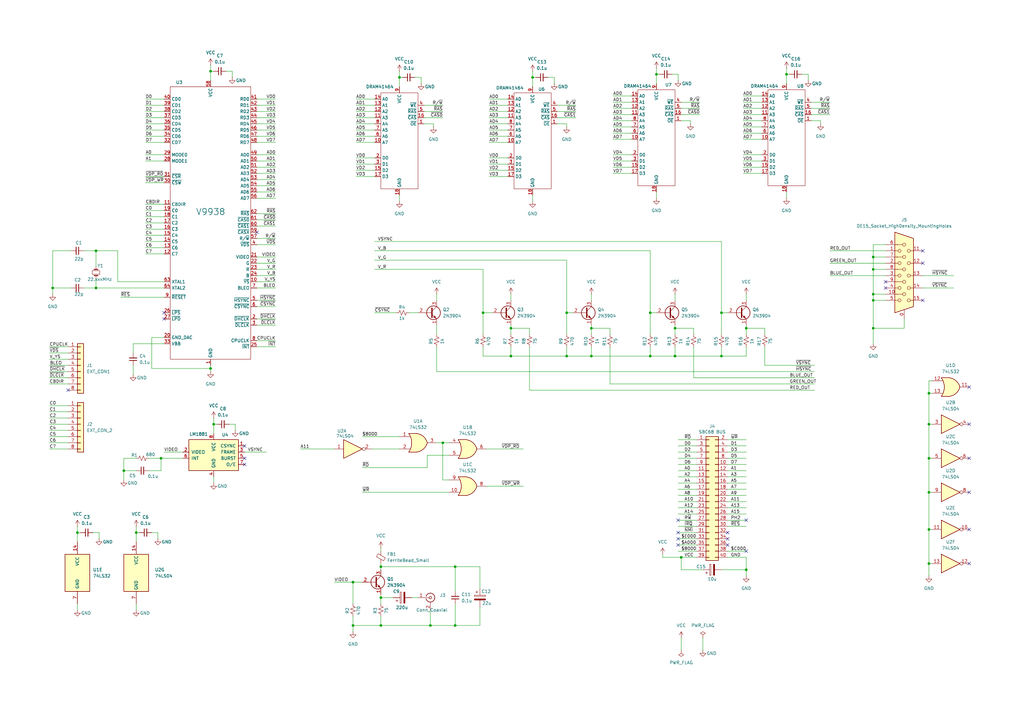
<source format=kicad_sch>
(kicad_sch (version 20250114) (generator "eeschema") (generator_version "9.0")
  (paper "A3")
  (title_block (title "MC6800系 V9938ビデオボード") (date "2025-05-10") (rev "1") (company "KUNI-NET"))
  (lib_symbols
    (symbol "74xx:74LS04"
      (property "Reference" "U" (at 0 1.27 0))
      (property "Value" "74LS04" (at 0 -1.27 0))
      (symbol "74LS04_1_0"
        (pin input line (at -7.62 0 0) (length 3.81) (name "~") (number "1"))
        (pin output inverted (at 7.62 0 180) (length 3.81) (name "~") (number "2"))
      )
      (symbol "74LS04_2_0"
        (pin input line (at -7.62 0 0) (length 3.81) (name "~") (number "3"))
        (pin output inverted (at 7.62 0 180) (length 3.81) (name "~") (number "4"))
      )
      (symbol "74LS04_3_0"
        (pin input line (at -7.62 0 0) (length 3.81) (name "~") (number "5"))
        (pin output inverted (at 7.62 0 180) (length 3.81) (name "~") (number "6"))
      )
      (symbol "74LS04_4_0"
        (pin input line (at -7.62 0 0) (length 3.81) (name "~") (number "9"))
        (pin output inverted (at 7.62 0 180) (length 3.81) (name "~") (number "8"))
      )
      (symbol "74LS04_5_0"
        (pin input line (at -7.62 0 0) (length 3.81) (name "~") (number "11"))
        (pin output inverted (at 7.62 0 180) (length 3.81) (name "~") (number "10"))
      )
      (symbol "74LS04_6_0"
        (pin input line (at -7.62 0 0) (length 3.81) (name "~") (number "13"))
        (pin output inverted (at 7.62 0 180) (length 3.81) (name "~") (number "12"))
      )
      (symbol "74LS04_7_0"
        (pin power_in line (at 0 12.7 270) (length 5.08) (name "VCC") (number "14"))
        (pin power_in line (at 0 -12.7 90) (length 5.08) (name "GND") (number "7"))
      )
    )
    (symbol "74xx:74LS32" (pin_names (offset 1.016))
      (property "Reference" "U" (at 0 1.27 0))
      (property "Value" "74LS32" (at 0 -1.27 0))
      (symbol "74LS32_1_1"
        (pin input line (at -7.62 2.54 0) (length 4.318) (name "~") (number "1"))
        (pin input line (at -7.62 -2.54 0) (length 4.318) (name "~") (number "2"))
        (pin output line (at 7.62 0 180) (length 3.81) (name "~") (number "3"))
      )
      (symbol "74LS32_1_2"
        (pin input inverted (at -7.62 2.54 0) (length 3.81) (name "~") (number "1"))
        (pin input inverted (at -7.62 -2.54 0) (length 3.81) (name "~") (number "2"))
        (pin output inverted (at 7.62 0 180) (length 3.81) (name "~") (number "3"))
      )
      (symbol "74LS32_2_1"
        (pin input line (at -7.62 2.54 0) (length 4.318) (name "~") (number "4"))
        (pin input line (at -7.62 -2.54 0) (length 4.318) (name "~") (number "5"))
        (pin output line (at 7.62 0 180) (length 3.81) (name "~") (number "6"))
      )
      (symbol "74LS32_2_2"
        (pin input inverted (at -7.62 2.54 0) (length 3.81) (name "~") (number "4"))
        (pin input inverted (at -7.62 -2.54 0) (length 3.81) (name "~") (number "5"))
        (pin output inverted (at 7.62 0 180) (length 3.81) (name "~") (number "6"))
      )
      (symbol "74LS32_3_1"
        (pin input line (at -7.62 2.54 0) (length 4.318) (name "~") (number "9"))
        (pin input line (at -7.62 -2.54 0) (length 4.318) (name "~") (number "10"))
        (pin output line (at 7.62 0 180) (length 3.81) (name "~") (number "8"))
      )
      (symbol "74LS32_3_2"
        (pin input inverted (at -7.62 2.54 0) (length 3.81) (name "~") (number "9"))
        (pin input inverted (at -7.62 -2.54 0) (length 3.81) (name "~") (number "10"))
        (pin output inverted (at 7.62 0 180) (length 3.81) (name "~") (number "8"))
      )
      (symbol "74LS32_4_1"
        (pin input line (at -7.62 2.54 0) (length 4.318) (name "~") (number "12"))
        (pin input line (at -7.62 -2.54 0) (length 4.318) (name "~") (number "13"))
        (pin output line (at 7.62 0 180) (length 3.81) (name "~") (number "11"))
      )
      (symbol "74LS32_4_2"
        (pin input inverted (at -7.62 2.54 0) (length 3.81) (name "~") (number "12"))
        (pin input inverted (at -7.62 -2.54 0) (length 3.81) (name "~") (number "13"))
        (pin output inverted (at 7.62 0 180) (length 3.81) (name "~") (number "11"))
      )
      (symbol "74LS32_5_0"
        (pin power_in line (at 0 12.7 270) (length 5.08) (name "VCC") (number "14"))
        (pin power_in line (at 0 -12.7 90) (length 5.08) (name "GND") (number "7"))
      )
    )
    (symbol "Connector:Conn_Coaxial" (pin_names (offset 1.016) (hide yes))
      (property "Reference" "J" (at 0.254 3.048 0))
      (property "Value" "Conn_Coaxial" (at 2.921 0 90))
      (symbol "Conn_Coaxial_1_1"
        (pin passive line (at -5.08 0 0) (length 2.54) (name "In") (number "1"))
        (pin passive line (at 0 -5.08 90) (length 2.54) (name "Ext") (number "2"))
      )
    )
    (symbol "Connector:DE15_Socket_HighDensity_MountingHoles" (pin_names (offset 1.016) (hide yes))
      (property "Reference" "J" (at 0 21.59 0))
      (property "Value" "DE15_Socket_HighDensity_MountingHoles" (at 0 19.05 0))
      (symbol "DE15_Socket_HighDensity_MountingHoles_1_1"
        (pin passive line (at -7.62 12.7 0) (length 5.08) (name "~") (number "6"))
        (pin passive line (at -7.62 10.16 0) (length 5.08) (name "~") (number "1"))
        (pin passive line (at -7.62 7.62 0) (length 5.08) (name "~") (number "7"))
        (pin passive line (at -7.62 5.08 0) (length 5.08) (name "~") (number "2"))
        (pin passive line (at -7.62 2.54 0) (length 5.08) (name "~") (number "8"))
        (pin passive line (at -7.62 0 0) (length 5.08) (name "~") (number "3"))
        (pin passive line (at -7.62 -2.54 0) (length 5.08) (name "~") (number "9"))
        (pin passive line (at -7.62 -5.08 0) (length 5.08) (name "~") (number "4"))
        (pin passive line (at -7.62 -7.62 0) (length 5.08) (name "~") (number "10"))
        (pin passive line (at -7.62 -10.16 0) (length 5.08) (name "~") (number "5"))
        (pin passive line (at 0 -17.78 90) (length 3.81) (name "~") (number "0"))
        (pin passive line (at 7.62 10.16 180) (length 5.08) (name "~") (number "11"))
        (pin passive line (at 7.62 5.08 180) (length 5.08) (name "~") (number "12"))
        (pin passive line (at 7.62 0 180) (length 5.08) (name "~") (number "13"))
        (pin passive line (at 7.62 -5.08 180) (length 5.08) (name "~") (number "14"))
        (pin passive line (at 7.62 -10.16 180) (length 5.08) (name "~") (number "15"))
      )
    )
    (symbol "Connector_Generic:Conn_01x08" (pin_names (offset 1.016) (hide yes))
      (property "Reference" "J" (at 0 10.16 0))
      (property "Value" "Conn_01x08" (at 0 -12.7 0))
      (symbol "Conn_01x08_1_1"
        (pin passive line (at -5.08 7.62 0) (length 3.81) (name "Pin_1") (number "1"))
        (pin passive line (at -5.08 5.08 0) (length 3.81) (name "Pin_2") (number "2"))
        (pin passive line (at -5.08 2.54 0) (length 3.81) (name "Pin_3") (number "3"))
        (pin passive line (at -5.08 0 0) (length 3.81) (name "Pin_4") (number "4"))
        (pin passive line (at -5.08 -2.54 0) (length 3.81) (name "Pin_5") (number "5"))
        (pin passive line (at -5.08 -5.08 0) (length 3.81) (name "Pin_6") (number "6"))
        (pin passive line (at -5.08 -7.62 0) (length 3.81) (name "Pin_7") (number "7"))
        (pin passive line (at -5.08 -10.16 0) (length 3.81) (name "Pin_8") (number "8"))
      )
    )
    (symbol "Connector_Generic:Conn_02x20_Odd_Even" (pin_names (offset 1.016) (hide yes))
      (property "Reference" "J" (at 1.27 25.4 0))
      (property "Value" "Conn_02x20_Odd_Even" (at 1.27 -27.94 0))
      (symbol "Conn_02x20_Odd_Even_1_1"
        (pin passive line (at -5.08 22.86 0) (length 3.81) (name "Pin_1") (number "1"))
        (pin passive line (at -5.08 20.32 0) (length 3.81) (name "Pin_3") (number "3"))
        (pin passive line (at -5.08 17.78 0) (length 3.81) (name "Pin_5") (number "5"))
        (pin passive line (at -5.08 15.24 0) (length 3.81) (name "Pin_7") (number "7"))
        (pin passive line (at -5.08 12.7 0) (length 3.81) (name "Pin_9") (number "9"))
        (pin passive line (at -5.08 10.16 0) (length 3.81) (name "Pin_11") (number "11"))
        (pin passive line (at -5.08 7.62 0) (length 3.81) (name "Pin_13") (number "13"))
        (pin passive line (at -5.08 5.08 0) (length 3.81) (name "Pin_15") (number "15"))
        (pin passive line (at -5.08 2.54 0) (length 3.81) (name "Pin_17") (number "17"))
        (pin passive line (at -5.08 0 0) (length 3.81) (name "Pin_19") (number "19"))
        (pin passive line (at -5.08 -2.54 0) (length 3.81) (name "Pin_21") (number "21"))
        (pin passive line (at -5.08 -5.08 0) (length 3.81) (name "Pin_23") (number "23"))
        (pin passive line (at -5.08 -7.62 0) (length 3.81) (name "Pin_25") (number "25"))
        (pin passive line (at -5.08 -10.16 0) (length 3.81) (name "Pin_27") (number "27"))
        (pin passive line (at -5.08 -12.7 0) (length 3.81) (name "Pin_29") (number "29"))
        (pin passive line (at -5.08 -15.24 0) (length 3.81) (name "Pin_31") (number "31"))
        (pin passive line (at -5.08 -17.78 0) (length 3.81) (name "Pin_33") (number "33"))
        (pin passive line (at -5.08 -20.32 0) (length 3.81) (name "Pin_35") (number "35"))
        (pin passive line (at -5.08 -22.86 0) (length 3.81) (name "Pin_37") (number "37"))
        (pin passive line (at -5.08 -25.4 0) (length 3.81) (name "Pin_39") (number "39"))
        (pin passive line (at 7.62 22.86 180) (length 3.81) (name "Pin_2") (number "2"))
        (pin passive line (at 7.62 20.32 180) (length 3.81) (name "Pin_4") (number "4"))
        (pin passive line (at 7.62 17.78 180) (length 3.81) (name "Pin_6") (number "6"))
        (pin passive line (at 7.62 15.24 180) (length 3.81) (name "Pin_8") (number "8"))
        (pin passive line (at 7.62 12.7 180) (length 3.81) (name "Pin_10") (number "10"))
        (pin passive line (at 7.62 10.16 180) (length 3.81) (name "Pin_12") (number "12"))
        (pin passive line (at 7.62 7.62 180) (length 3.81) (name "Pin_14") (number "14"))
        (pin passive line (at 7.62 5.08 180) (length 3.81) (name "Pin_16") (number "16"))
        (pin passive line (at 7.62 2.54 180) (length 3.81) (name "Pin_18") (number "18"))
        (pin passive line (at 7.62 0 180) (length 3.81) (name "Pin_20") (number "20"))
        (pin passive line (at 7.62 -2.54 180) (length 3.81) (name "Pin_22") (number "22"))
        (pin passive line (at 7.62 -5.08 180) (length 3.81) (name "Pin_24") (number "24"))
        (pin passive line (at 7.62 -7.62 180) (length 3.81) (name "Pin_26") (number "26"))
        (pin passive line (at 7.62 -10.16 180) (length 3.81) (name "Pin_28") (number "28"))
        (pin passive line (at 7.62 -12.7 180) (length 3.81) (name "Pin_30") (number "30"))
        (pin passive line (at 7.62 -15.24 180) (length 3.81) (name "Pin_32") (number "32"))
        (pin passive line (at 7.62 -17.78 180) (length 3.81) (name "Pin_34") (number "34"))
        (pin passive line (at 7.62 -20.32 180) (length 3.81) (name "Pin_36") (number "36"))
        (pin passive line (at 7.62 -22.86 180) (length 3.81) (name "Pin_38") (number "38"))
        (pin passive line (at 7.62 -25.4 180) (length 3.81) (name "Pin_40") (number "40"))
      )
    )
    (symbol "DRAM41464_1"
      (property "Reference" "U" (at -3.302 26.924 0))
      (property "Value" "DRAM41464" (at 7.112 4.572 0))
      (symbol "DRAM41464_1_1_1"
        (pin input line (at -10.16 22.86 0) (length 2.54) (name "A0") (number "14"))
        (pin input line (at -10.16 20.32 0) (length 2.54) (name "A1") (number "13"))
        (pin input line (at -10.16 17.78 0) (length 2.54) (name "A2") (number "12"))
        (pin input line (at -10.16 15.24 0) (length 2.54) (name "A3") (number "11"))
        (pin input line (at -10.16 12.7 0) (length 2.54) (name "A4") (number "8"))
        (pin input line (at -10.16 10.16 0) (length 2.54) (name "A5") (number "7"))
        (pin input line (at -10.16 7.62 0) (length 2.54) (name "A6") (number "6"))
        (pin input line (at -10.16 5.08 0) (length 2.54) (name "A7") (number "10"))
        (pin bidirectional line (at -10.16 -1.27 0) (length 2.54) (name "D0") (number "2"))
        (pin bidirectional line (at -10.16 -3.81 0) (length 2.54) (name "D1") (number "3"))
        (pin bidirectional line (at -10.16 -6.35 0) (length 2.54) (name "D2") (number "15"))
        (pin bidirectional line (at -10.16 -8.89 0) (length 2.54) (name "D3") (number "17"))
        (pin power_in line (at 0 27.94 270) (length 2.54) (name "VCC") (number "9"))
        (pin power_in line (at 0 -16.51 90) (length 2.54) (name "GND") (number "18"))
        (pin input line (at 10.16 20.32 180) (length 2.54) (name "~{WE}") (number "4"))
        (pin input line (at 10.16 17.78 180) (length 2.54) (name "~{RAS}") (number "5"))
        (pin input line (at 10.16 15.24 180) (length 2.54) (name "~{CAS}") (number "16"))
        (pin input line (at 10.16 12.7 180) (length 2.54) (name "~{OE}") (number "1"))
      )
    )
    (symbol "DRAM41464_2"
      (property "Reference" "U" (at -3.302 26.924 0))
      (property "Value" "DRAM41464" (at 7.112 4.572 0))
      (symbol "DRAM41464_2_1_1"
        (pin input line (at -10.16 22.86 0) (length 2.54) (name "A0") (number "14"))
        (pin input line (at -10.16 20.32 0) (length 2.54) (name "A1") (number "13"))
        (pin input line (at -10.16 17.78 0) (length 2.54) (name "A2") (number "12"))
        (pin input line (at -10.16 15.24 0) (length 2.54) (name "A3") (number "11"))
        (pin input line (at -10.16 12.7 0) (length 2.54) (name "A4") (number "8"))
        (pin input line (at -10.16 10.16 0) (length 2.54) (name "A5") (number "7"))
        (pin input line (at -10.16 7.62 0) (length 2.54) (name "A6") (number "6"))
        (pin input line (at -10.16 5.08 0) (length 2.54) (name "A7") (number "10"))
        (pin bidirectional line (at -10.16 -1.27 0) (length 2.54) (name "D0") (number "2"))
        (pin bidirectional line (at -10.16 -3.81 0) (length 2.54) (name "D1") (number "3"))
        (pin bidirectional line (at -10.16 -6.35 0) (length 2.54) (name "D2") (number "15"))
        (pin bidirectional line (at -10.16 -8.89 0) (length 2.54) (name "D3") (number "17"))
        (pin power_in line (at 0 27.94 270) (length 2.54) (name "VCC") (number "9"))
        (pin power_in line (at 0 -16.51 90) (length 2.54) (name "GND") (number "18"))
        (pin input line (at 10.16 20.32 180) (length 2.54) (name "~{WE}") (number "4"))
        (pin input line (at 10.16 17.78 180) (length 2.54) (name "~{RAS}") (number "5"))
        (pin input line (at 10.16 15.24 180) (length 2.54) (name "~{CAS}") (number "16"))
        (pin input line (at 10.16 12.7 180) (length 2.54) (name "~{OE}") (number "1"))
      )
    )
    (symbol "DRAM41464_3"
      (property "Reference" "U" (at -3.302 26.924 0))
      (property "Value" "DRAM41464" (at 7.112 4.572 0))
      (symbol "DRAM41464_3_1_1"
        (pin input line (at -10.16 22.86 0) (length 2.54) (name "A0") (number "14"))
        (pin input line (at -10.16 20.32 0) (length 2.54) (name "A1") (number "13"))
        (pin input line (at -10.16 17.78 0) (length 2.54) (name "A2") (number "12"))
        (pin input line (at -10.16 15.24 0) (length 2.54) (name "A3") (number "11"))
        (pin input line (at -10.16 12.7 0) (length 2.54) (name "A4") (number "8"))
        (pin input line (at -10.16 10.16 0) (length 2.54) (name "A5") (number "7"))
        (pin input line (at -10.16 7.62 0) (length 2.54) (name "A6") (number "6"))
        (pin input line (at -10.16 5.08 0) (length 2.54) (name "A7") (number "10"))
        (pin bidirectional line (at -10.16 -1.27 0) (length 2.54) (name "D0") (number "2"))
        (pin bidirectional line (at -10.16 -3.81 0) (length 2.54) (name "D1") (number "3"))
        (pin bidirectional line (at -10.16 -6.35 0) (length 2.54) (name "D2") (number "15"))
        (pin bidirectional line (at -10.16 -8.89 0) (length 2.54) (name "D3") (number "17"))
        (pin power_in line (at 0 27.94 270) (length 2.54) (name "VCC") (number "9"))
        (pin power_in line (at 0 -16.51 90) (length 2.54) (name "GND") (number "18"))
        (pin input line (at 10.16 20.32 180) (length 2.54) (name "~{WE}") (number "4"))
        (pin input line (at 10.16 17.78 180) (length 2.54) (name "~{RAS}") (number "5"))
        (pin input line (at 10.16 15.24 180) (length 2.54) (name "~{CAS}") (number "16"))
        (pin input line (at 10.16 12.7 180) (length 2.54) (name "~{OE}") (number "1"))
      )
    )
    (symbol "DRAM:DRAM41464"
      (property "Reference" "U" (at -3.302 26.924 0))
      (property "Value" "DRAM41464" (at 7.112 4.572 0))
      (symbol "DRAM41464_1_1"
        (pin input line (at -10.16 22.86 0) (length 2.54) (name "A0") (number "14"))
        (pin input line (at -10.16 20.32 0) (length 2.54) (name "A1") (number "13"))
        (pin input line (at -10.16 17.78 0) (length 2.54) (name "A2") (number "12"))
        (pin input line (at -10.16 15.24 0) (length 2.54) (name "A3") (number "11"))
        (pin input line (at -10.16 12.7 0) (length 2.54) (name "A4") (number "8"))
        (pin input line (at -10.16 10.16 0) (length 2.54) (name "A5") (number "7"))
        (pin input line (at -10.16 7.62 0) (length 2.54) (name "A6") (number "6"))
        (pin input line (at -10.16 5.08 0) (length 2.54) (name "A7") (number "10"))
        (pin bidirectional line (at -10.16 -1.27 0) (length 2.54) (name "D0") (number "2"))
        (pin bidirectional line (at -10.16 -3.81 0) (length 2.54) (name "D1") (number "3"))
        (pin bidirectional line (at -10.16 -6.35 0) (length 2.54) (name "D2") (number "15"))
        (pin bidirectional line (at -10.16 -8.89 0) (length 2.54) (name "D3") (number "17"))
        (pin power_in line (at 0 27.94 270) (length 2.54) (name "VCC") (number "9"))
        (pin power_in line (at 0 -16.51 90) (length 2.54) (name "GND") (number "18"))
        (pin input line (at 10.16 20.32 180) (length 2.54) (name "~{WE}") (number "4"))
        (pin input line (at 10.16 17.78 180) (length 2.54) (name "~{RAS}") (number "5"))
        (pin input line (at 10.16 15.24 180) (length 2.54) (name "~{CAS}") (number "16"))
        (pin input line (at 10.16 12.7 180) (length 2.54) (name "~{OE}") (number "1"))
      )
    )
    (symbol "Device:C_Polarized" (pin_numbers (hide yes)) (pin_names (offset 0.254))
      (property "Reference" "C" (at 0.635 2.54 0))
      (property "Value" "C_Polarized" (at 0.635 -2.54 0))
      (symbol "C_Polarized_1_1"
        (pin passive line (at 0 3.81 270) (length 2.794) (name "~") (number "1"))
        (pin passive line (at 0 -3.81 90) (length 2.794) (name "~") (number "2"))
      )
    )
    (symbol "Device:C_Small" (pin_numbers (hide yes)) (pin_names (offset 0.254) (hide yes))
      (property "Reference" "C" (at 0.254 1.778 0))
      (property "Value" "C_Small" (at 0.254 -2.032 0))
      (symbol "C_Small_1_1"
        (pin passive line (at 0 2.54 270) (length 2.032) (name "~") (number "1"))
        (pin passive line (at 0 -2.54 90) (length 2.032) (name "~") (number "2"))
      )
    )
    (symbol "Device:Crystal_Small" (pin_numbers (hide yes)) (pin_names (offset 1.016) (hide yes))
      (property "Reference" "Y" (at 0 2.54 0))
      (property "Value" "Crystal_Small" (at 0 -2.54 0))
      (symbol "Crystal_Small_1_1"
        (pin passive line (at -2.54 0 0) (length 1.27) (name "1") (number "1"))
        (pin passive line (at 2.54 0 180) (length 1.27) (name "2") (number "2"))
      )
    )
    (symbol "Device:FerriteBead_Small" (pin_numbers (hide yes)) (pin_names (offset 0))
      (property "Reference" "FB" (at 1.905 1.27 0))
      (property "Value" "FerriteBead_Small" (at 1.905 -1.27 0))
      (symbol "FerriteBead_Small_1_1"
        (pin passive line (at 0 2.54 270) (length 1.27) (name "~") (number "1"))
        (pin passive line (at 0 -2.54 90) (length 1.27) (name "~") (number "2"))
      )
    )
    (symbol "Device:R_Small_US" (pin_numbers (hide yes)) (pin_names (offset 0.254) (hide yes))
      (property "Reference" "R" (at 0.762 0.508 0))
      (property "Value" "R_Small_US" (at 0.762 -1.016 0))
      (symbol "R_Small_US_1_1"
        (pin passive line (at 0 2.54 270) (length 1.016) (name "~") (number "1"))
        (pin passive line (at 0 -2.54 90) (length 1.016) (name "~") (number "2"))
      )
    )
    (symbol "Transistor_BJT:2N3904" (pin_names (offset 0) (hide yes))
      (property "Reference" "Q" (at 5.08 1.905 0))
      (property "Value" "2N3904" (at 5.08 0 0))
      (symbol "2N3904_1_1"
        (pin input line (at -5.08 0 0) (length 2.54) (name "B") (number "2"))
        (pin passive line (at 2.54 5.08 270) (length 2.54) (name "C") (number "3"))
        (pin passive line (at 2.54 -5.08 90) (length 2.54) (name "E") (number "1"))
      )
    )
    (symbol "V9938:V9938"
      (property "Reference" "U" (at -9.906 52.578 0))
      (property "Value" "V9938" (at 0 0 0))
      (symbol "V9938_1_1"
        (pin bidirectional line (at -19.05 45.72 0) (length 2.54) (name "CD0") (number "40"))
        (pin bidirectional line (at -19.05 43.18 0) (length 2.54) (name "CD1") (number "39"))
        (pin bidirectional line (at -19.05 40.64 0) (length 2.54) (name "CD2") (number "38"))
        (pin bidirectional line (at -19.05 38.1 0) (length 2.54) (name "CD3") (number "37"))
        (pin bidirectional line (at -19.05 35.56 0) (length 2.54) (name "CD4") (number "36"))
        (pin bidirectional line (at -19.05 33.02 0) (length 2.54) (name "CD5") (number "35"))
        (pin bidirectional line (at -19.05 30.48 0) (length 2.54) (name "CD6") (number "34"))
        (pin bidirectional line (at -19.05 27.94 0) (length 2.54) (name "CD7") (number "32"))
        (pin input line (at -19.05 22.86 0) (length 2.54) (name "MODE0") (number "29"))
        (pin input line (at -19.05 20.32 0) (length 2.54) (name "MODE1") (number "28"))
        (pin input line (at -19.05 13.97 0) (length 2.54) (name "~{CSR}") (number "31"))
        (pin input line (at -19.05 11.43 0) (length 2.54) (name "~{CSW}") (number "30"))
        (pin output line (at -19.05 2.54 0) (length 2.54) (name "CBDIR") (number "11"))
        (pin bidirectional line (at -19.05 0 0) (length 2.54) (name "C0") (number "19"))
        (pin bidirectional line (at -19.05 -2.54 0) (length 2.54) (name "C1") (number "18"))
        (pin bidirectional line (at -19.05 -5.08 0) (length 2.54) (name "C2") (number "17"))
        (pin bidirectional line (at -19.05 -7.62 0) (length 2.54) (name "C3") (number "16"))
        (pin bidirectional line (at -19.05 -10.16 0) (length 2.54) (name "C4") (number "15"))
        (pin bidirectional line (at -19.05 -12.7 0) (length 2.54) (name "C5") (number "14"))
        (pin bidirectional line (at -19.05 -15.24 0) (length 2.54) (name "C6") (number "13"))
        (pin bidirectional line (at -19.05 -17.78 0) (length 2.54) (name "C7") (number "12"))
        (pin input line (at -19.05 -29.21 0) (length 2.54) (name "XTAL1") (number "63"))
        (pin input line (at -19.05 -31.75 0) (length 2.54) (name "XTAL2") (number "64"))
        (pin input line (at -19.05 -35.56 0) (length 2.54) (name "~{RESET}") (number "9"))
        (pin input line (at -19.05 -41.91 0) (length 2.54) (name "~{LPS}") (number "26"))
        (pin input line (at -19.05 -44.45 0) (length 2.54) (name "~{LPD}") (number "27"))
        (pin power_in line (at -19.05 -52.07 0) (length 2.54) (name "GND_DAC") (number "20"))
        (pin output line (at -19.05 -54.61 0) (length 2.54) (name "VBB") (number "33"))
        (pin power_in line (at 0 53.34 270) (length 2.54) (name "VCC") (number "58"))
        (pin power_in line (at 0 -63.5 90) (length 2.54) (name "GND") (number "1"))
        (pin bidirectional line (at 19.05 45.72 180) (length 2.54) (name "RD0") (number "41"))
        (pin bidirectional line (at 19.05 43.18 180) (length 2.54) (name "RD1") (number "42"))
        (pin bidirectional line (at 19.05 40.64 180) (length 2.54) (name "RD2") (number "43"))
        (pin bidirectional line (at 19.05 38.1 180) (length 2.54) (name "RD3") (number "44"))
        (pin bidirectional line (at 19.05 35.56 180) (length 2.54) (name "RD4") (number "45"))
        (pin bidirectional line (at 19.05 33.02 180) (length 2.54) (name "RD5") (number "46"))
        (pin bidirectional line (at 19.05 30.48 180) (length 2.54) (name "RD6") (number "47"))
        (pin bidirectional line (at 19.05 27.94 180) (length 2.54) (name "RD7") (number "48"))
        (pin output line (at 19.05 22.86 180) (length 2.54) (name "AD0") (number "49"))
        (pin output line (at 19.05 20.32 180) (length 2.54) (name "AD1") (number "50"))
        (pin output line (at 19.05 17.78 180) (length 2.54) (name "AD2") (number "51"))
        (pin output line (at 19.05 15.24 180) (length 2.54) (name "AD3") (number "52"))
        (pin output line (at 19.05 12.7 180) (length 2.54) (name "AD4") (number "53"))
        (pin output line (at 19.05 10.16 180) (length 2.54) (name "AD5") (number "54"))
        (pin output line (at 19.05 7.62 180) (length 2.54) (name "AD6") (number "55"))
        (pin output line (at 19.05 5.08 180) (length 2.54) (name "AD7") (number "56"))
        (pin output line (at 19.05 -1.27 180) (length 2.54) (name "~{RAS}") (number "62"))
        (pin output line (at 19.05 -3.81 180) (length 2.54) (name "~{CAS0}") (number "61"))
        (pin output line (at 19.05 -6.35 180) (length 2.54) (name "~{CAS1}") (number "60"))
        (pin output line (at 19.05 -8.89 180) (length 2.54) (name "~{CASX}") (number "59"))
        (pin output line (at 19.05 -11.43 180) (length 2.54) (name "R/~{W}") (number "57"))
        (pin output line (at 19.05 -13.97 180) (length 2.54) (name "~{VDS}") (number "4"))
        (pin output line (at 19.05 -19.05 180) (length 2.54) (name "VIDEO") (number "21"))
        (pin output line (at 19.05 -21.59 180) (length 2.54) (name "G") (number "22"))
        (pin output line (at 19.05 -24.13 180) (length 2.54) (name "R") (number "23"))
        (pin output line (at 19.05 -26.67 180) (length 2.54) (name "B") (number "24"))
        (pin output line (at 19.05 -29.21 180) (length 2.54) (name "~{YS}") (number "10"))
        (pin output line (at 19.05 -31.75 180) (length 2.54) (name "BLEO") (number "7"))
        (pin bidirectional line (at 19.05 -36.83 180) (length 2.54) (name "~{HSYNC}") (number "5"))
        (pin bidirectional line (at 19.05 -39.37 180) (length 2.54) (name "~{CSYNC}") (number "6"))
        (pin output line (at 19.05 -44.45 180) (length 2.54) (name "~{DHCLK}") (number "2"))
        (pin bidirectional line (at 19.05 -46.99 180) (length 2.54) (name "~{DLCLK}") (number "3"))
        (pin output line (at 19.05 -53.34 180) (length 2.54) (name "CPUCLK") (number "8"))
        (pin output line (at 19.05 -55.88 180) (length 2.54) (name "~{INT}") (number "25"))
      )
    )
    (symbol "Video:LM1881" (pin_names (offset 1.016))
      (property "Reference" "U" (at -8.89 8.89 0))
      (property "Value" "LM1881" (at 6.35 8.89 0))
      (symbol "LM1881_1_1"
        (pin input line (at -12.7 2.54 0) (length 2.54) (name "VIDEO") (number "2"))
        (pin input line (at -12.7 0 0) (length 2.54) (name "INT") (number "6"))
        (pin power_in line (at 0 10.16 270) (length 2.54) (name "VCC") (number "8"))
        (pin power_in line (at 0 -7.62 90) (length 2.54) (name "GND") (number "4"))
        (pin output line (at 12.7 5.08 180) (length 2.54) (name "CSYNC") (number "1"))
        (pin output line (at 12.7 2.54 180) (length 2.54) (name "FRAME") (number "3"))
        (pin output line (at 12.7 0 180) (length 2.54) (name "BURST") (number "5"))
        (pin output line (at 12.7 -2.54 180) (length 2.54) (name "O/E") (number "7"))
      )
    )
    (symbol "power:GND" (power) (pin_numbers (hide yes)) (pin_names (offset 0) (hide yes))
      (property "Value" "GND" (at 0 -3.81 0))
      (symbol "GND_1_1"
        (pin power_in line (at 0 0 270) (length 0) (name "~") (number "1"))
      )
    )
    (symbol "power:PWR_FLAG" (power) (pin_numbers (hide yes)) (pin_names (offset 0) (hide yes))
      (property "Value" "PWR_FLAG" (at 0 3.81 0))
      (symbol "PWR_FLAG_0_0"
        (pin power_out line (at 0 0 90) (length 0) (name "~") (number "1"))
      )
    )
    (symbol "power:VCC" (power) (pin_numbers (hide yes)) (pin_names (offset 0) (hide yes))
      (property "Value" "VCC" (at 0 3.556 0))
      (symbol "VCC_1_1"
        (pin power_in line (at 0 0 90) (length 0) (name "~") (number "1"))
      )
    )
  )
  (junction (at 144.78 238.76))
  (junction (at 358.14 123.19))
  (junction (at 269.24 30.48))
  (junction (at 39.37 102.87))
  (junction (at 21.59 118.11))
  (junction (at 381 173.99))
  (junction (at 279.4 228.6))
  (junction (at 322.58 30.48))
  (junction (at 381 231.14))
  (junction (at 295.91 146.05))
  (junction (at 144.78 256.54))
  (junction (at 266.7 128.27))
  (junction (at 232.41 146.05))
  (junction (at 181.61 181.61))
  (junction (at 87.63 173.99))
  (junction (at 209.55 146.05))
  (junction (at 218.44 31.75))
  (junction (at 50.8 193.04))
  (junction (at 381 217.17))
  (junction (at 176.53 256.54))
  (junction (at 242.57 146.05))
  (junction (at 358.14 110.49))
  (junction (at 186.69 232.41))
  (junction (at 55.88 218.44))
  (junction (at 306.07 233.68))
  (junction (at 163.83 31.75))
  (junction (at 86.36 151.13))
  (junction (at 295.91 128.27))
  (junction (at 358.14 134.62))
  (junction (at 381 187.96))
  (junction (at 66.04 187.96))
  (junction (at 276.86 146.05))
  (junction (at 198.12 128.27))
  (junction (at 209.55 134.62))
  (junction (at 276.86 134.62))
  (junction (at 31.75 218.44))
  (junction (at 39.37 118.11))
  (junction (at 232.41 128.27))
  (junction (at 358.14 120.65))
  (junction (at 266.7 146.05))
  (junction (at 381 161.29))
  (junction (at 242.57 134.62))
  (junction (at 156.21 232.41))
  (junction (at 358.14 105.41))
  (junction (at 156.21 256.54))
  (junction (at 156.21 245.11))
  (junction (at 306.07 134.62))
  (junction (at 86.36 29.21))
  (junction (at 186.69 256.54))
  (junction (at 381 201.93))
  (no_connect (at 397.51 201.93))
  (no_connect (at 306.07 213.36))
  (no_connect (at 278.13 223.52))
  (no_connect (at 397.51 231.14))
  (no_connect (at 363.22 115.57))
  (no_connect (at 378.46 123.19))
  (no_connect (at 397.51 217.17))
  (no_connect (at 278.13 220.98))
  (no_connect (at 278.13 218.44))
  (no_connect (at 378.46 107.95))
  (no_connect (at 397.51 173.99))
  (no_connect (at 278.13 213.36))
  (no_connect (at 378.46 102.87))
  (no_connect (at 363.22 118.11))
  (no_connect (at 100.33 187.96))
  (no_connect (at 397.51 158.75))
  (no_connect (at 298.45 220.98))
  (no_connect (at 67.31 128.27))
  (no_connect (at 100.33 190.5))
  (no_connect (at 298.45 218.44))
  (no_connect (at 397.51 187.96))
  (no_connect (at 67.31 130.81))
  (no_connect (at 27.94 160.02))
  (no_connect (at 306.07 226.06))
  (no_connect (at 105.41 95.25))
  (no_connect (at 100.33 182.88))
  (no_connect (at 298.45 223.52))
  (wire (pts (xy 250.19 134.62) (xy 242.57 134.62)))
  (wire (pts (xy 20.32 173.99) (xy 27.94 173.99)))
  (wire (pts (xy 55.88 218.44) (xy 55.88 222.25)))
  (wire (pts (xy 113.03 115.57) (xy 105.41 115.57)))
  (wire (pts (xy 278.13 213.36) (xy 285.75 213.36)))
  (wire (pts (xy 156.21 245.11) (xy 161.29 245.11)))
  (wire (pts (xy 67.31 185.42) (xy 74.93 185.42)))
  (wire (pts (xy 153.67 128.27) (xy 162.56 128.27)))
  (wire (pts (xy 358.14 105.41) (xy 363.22 105.41)))
  (wire (pts (xy 217.17 142.24) (xy 217.17 160.02)))
  (wire (pts (xy 113.03 92.71) (xy 105.41 92.71)))
  (wire (pts (xy 144.78 256.54) (xy 156.21 256.54)))
  (wire (pts (xy 113.03 63.5) (xy 105.41 63.5)))
  (wire (pts (xy 175.26 186.69) (xy 184.15 186.69)))
  (wire (pts (xy 146.05 50.8) (xy 153.67 50.8)))
  (wire (pts (xy 340.36 46.99) (xy 332.74 46.99)))
  (wire (pts (xy 304.8 68.58) (xy 312.42 68.58)))
  (wire (pts (xy 86.36 29.21) (xy 87.63 29.21)))
  (wire (pts (xy 295.91 233.68) (xy 306.07 233.68)))
  (wire (pts (xy 322.58 30.48) (xy 322.58 34.29)))
  (wire (pts (xy 196.85 241.3) (xy 196.85 232.41)))
  (wire (pts (xy 39.37 114.3) (xy 39.37 118.11)))
  (wire (pts (xy 186.69 247.65) (xy 186.69 256.54)))
  (wire (pts (xy 50.8 193.04) (xy 50.8 187.96)))
  (wire (pts (xy 152.4 184.15) (xy 163.83 184.15)))
  (wire (pts (xy 358.14 110.49) (xy 358.14 120.65)))
  (wire (pts (xy 113.03 81.28) (xy 105.41 81.28)))
  (wire (pts (xy 251.46 39.37) (xy 259.08 39.37)))
  (wire (pts (xy 148.59 201.93) (xy 184.15 201.93)))
  (wire (pts (xy 100.33 185.42) (xy 109.22 185.42)))
  (wire (pts (xy 271.78 228.6) (xy 279.4 228.6)))
  (wire (pts (xy 113.03 58.42) (xy 105.41 58.42)))
  (wire (pts (xy 295.91 128.27) (xy 298.45 128.27)))
  (wire (pts (xy 251.46 44.45) (xy 259.08 44.45)))
  (wire (pts (xy 236.22 43.18) (xy 228.6 43.18)))
  (wire (pts (xy 50.8 196.85) (xy 50.8 193.04)))
  (wire (pts (xy 59.69 91.44) (xy 67.31 91.44)))
  (wire (pts (xy 86.36 29.21) (xy 86.36 33.02)))
  (wire (pts (xy 250.19 137.16) (xy 250.19 134.62)))
  (wire (pts (xy 179.07 133.35) (xy 179.07 137.16)))
  (wire (pts (xy 31.75 215.9) (xy 31.75 218.44)))
  (wire (pts (xy 298.45 187.96) (xy 306.07 187.96)))
  (wire (pts (xy 278.13 208.28) (xy 285.75 208.28)))
  (wire (pts (xy 322.58 30.48) (xy 323.85 30.48)))
  (wire (pts (xy 278.13 210.82) (xy 285.75 210.82)))
  (wire (pts (xy 232.41 106.68) (xy 232.41 128.27)))
  (wire (pts (xy 266.7 128.27) (xy 266.7 137.16)))
  (wire (pts (xy 21.59 118.11) (xy 21.59 102.87)))
  (wire (pts (xy 181.61 48.26) (xy 173.99 48.26)))
  (wire (pts (xy 176.53 256.54) (xy 186.69 256.54)))
  (wire (pts (xy 381 161.29) (xy 382.27 161.29)))
  (wire (pts (xy 39.37 102.87) (xy 39.37 109.22)))
  (wire (pts (xy 298.45 180.34) (xy 306.07 180.34)))
  (wire (pts (xy 304.8 39.37) (xy 312.42 39.37)))
  (wire (pts (xy 59.69 55.88) (xy 67.31 55.88)))
  (wire (pts (xy 113.03 100.33) (xy 105.41 100.33)))
  (wire (pts (xy 198.12 110.49) (xy 198.12 128.27)))
  (wire (pts (xy 250.19 142.24) (xy 250.19 157.48)))
  (wire (pts (xy 20.32 176.53) (xy 27.94 176.53)))
  (wire (pts (xy 313.69 149.86) (xy 334.01 149.86)))
  (wire (pts (xy 20.32 154.94) (xy 27.94 154.94)))
  (wire (pts (xy 242.57 133.35) (xy 242.57 134.62)))
  (wire (pts (xy 340.36 41.91) (xy 332.74 41.91)))
  (wire (pts (xy 39.37 118.11) (xy 67.31 118.11)))
  (wire (pts (xy 21.59 118.11) (xy 29.21 118.11)))
  (wire (pts (xy 322.58 78.74) (xy 322.58 81.28)))
  (wire (pts (xy 113.03 71.12) (xy 105.41 71.12)))
  (wire (pts (xy 279.4 228.6) (xy 279.4 233.68)))
  (wire (pts (xy 200.66 43.18) (xy 208.28 43.18)))
  (wire (pts (xy 153.67 106.68) (xy 232.41 106.68)))
  (wire (pts (xy 269.24 30.48) (xy 269.24 34.29)))
  (wire (pts (xy 87.63 173.99) (xy 87.63 177.8)))
  (wire (pts (xy 298.45 215.9) (xy 306.07 215.9)))
  (wire (pts (xy 358.14 123.19) (xy 363.22 123.19)))
  (wire (pts (xy 209.55 134.62) (xy 209.55 137.16)))
  (wire (pts (xy 113.03 73.66) (xy 105.41 73.66)))
  (wire (pts (xy 209.55 146.05) (xy 232.41 146.05)))
  (wire (pts (xy 304.8 46.99) (xy 312.42 46.99)))
  (wire (pts (xy 251.46 41.91) (xy 259.08 41.91)))
  (wire (pts (xy 113.03 105.41) (xy 105.41 105.41)))
  (wire (pts (xy 59.69 45.72) (xy 67.31 45.72)))
  (wire (pts (xy 48.26 102.87) (xy 39.37 102.87)))
  (wire (pts (xy 113.03 68.58) (xy 105.41 68.58)))
  (wire (pts (xy 146.05 53.34) (xy 153.67 53.34)))
  (wire (pts (xy 20.32 168.91) (xy 27.94 168.91)))
  (wire (pts (xy 60.96 193.04) (xy 66.04 193.04)))
  (wire (pts (xy 146.05 48.26) (xy 153.67 48.26)))
  (wire (pts (xy 113.03 55.88) (xy 105.41 55.88)))
  (wire (pts (xy 363.22 120.65) (xy 358.14 120.65)))
  (wire (pts (xy 378.46 118.11) (xy 391.16 118.11)))
  (wire (pts (xy 209.55 133.35) (xy 209.55 134.62)))
  (wire (pts (xy 298.45 200.66) (xy 306.07 200.66)))
  (wire (pts (xy 66.04 187.96) (xy 74.93 187.96)))
  (wire (pts (xy 304.8 52.07) (xy 312.42 52.07)))
  (wire (pts (xy 250.19 157.48) (xy 334.01 157.48)))
  (wire (pts (xy 156.21 224.79) (xy 156.21 226.06)))
  (wire (pts (xy 179.07 181.61) (xy 181.61 181.61)))
  (wire (pts (xy 168.91 245.11) (xy 171.45 245.11)))
  (wire (pts (xy 20.32 152.4) (xy 27.94 152.4)))
  (wire (pts (xy 144.78 238.76) (xy 144.78 247.65)))
  (wire (pts (xy 199.39 199.39) (xy 214.63 199.39)))
  (wire (pts (xy 177.8 52.07) (xy 177.8 50.8)))
  (wire (pts (xy 20.32 171.45) (xy 27.94 171.45)))
  (wire (pts (xy 59.69 93.98) (xy 67.31 93.98)))
  (wire (pts (xy 269.24 27.94) (xy 269.24 30.48)))
  (wire (pts (xy 217.17 137.16) (xy 217.17 134.62)))
  (wire (pts (xy 31.75 218.44) (xy 33.02 218.44)))
  (wire (pts (xy 269.24 78.74) (xy 269.24 81.28)))
  (wire (pts (xy 39.37 118.11) (xy 34.29 118.11)))
  (wire (pts (xy 232.41 128.27) (xy 234.95 128.27)))
  (wire (pts (xy 340.36 102.87) (xy 363.22 102.87)))
  (wire (pts (xy 313.69 137.16) (xy 313.69 134.62)))
  (wire (pts (xy 217.17 160.02) (xy 334.01 160.02)))
  (wire (pts (xy 113.03 78.74) (xy 105.41 78.74)))
  (wire (pts (xy 251.46 71.12) (xy 259.08 71.12)))
  (wire (pts (xy 27.94 144.78) (xy 20.32 144.78)))
  (wire (pts (xy 198.12 146.05) (xy 209.55 146.05)))
  (wire (pts (xy 278.13 185.42) (xy 285.75 185.42)))
  (wire (pts (xy 279.4 261.62) (xy 279.4 266.7)))
  (wire (pts (xy 284.48 134.62) (xy 276.86 134.62)))
  (wire (pts (xy 298.45 185.42) (xy 306.07 185.42)))
  (wire (pts (xy 113.03 107.95) (xy 105.41 107.95)))
  (wire (pts (xy 20.32 181.61) (xy 27.94 181.61)))
  (wire (pts (xy 113.03 130.81) (xy 105.41 130.81)))
  (wire (pts (xy 144.78 256.54) (xy 144.78 259.08)))
  (wire (pts (xy 113.03 123.19) (xy 105.41 123.19)))
  (wire (pts (xy 278.13 223.52) (xy 285.75 223.52)))
  (wire (pts (xy 163.83 80.01) (xy 163.83 82.55)))
  (wire (pts (xy 200.66 67.31) (xy 208.28 67.31)))
  (wire (pts (xy 298.45 203.2) (xy 306.07 203.2)))
  (wire (pts (xy 251.46 49.53) (xy 259.08 49.53)))
  (wire (pts (xy 242.57 146.05) (xy 266.7 146.05)))
  (wire (pts (xy 146.05 58.42) (xy 153.67 58.42)))
  (wire (pts (xy 113.03 76.2) (xy 105.41 76.2)))
  (wire (pts (xy 381 187.96) (xy 381 201.93)))
  (wire (pts (xy 27.94 149.86) (xy 20.32 149.86)))
  (wire (pts (xy 186.69 242.57) (xy 186.69 232.41)))
  (wire (pts (xy 251.46 54.61) (xy 259.08 54.61)))
  (wire (pts (xy 381 173.99) (xy 382.27 173.99)))
  (wire (pts (xy 200.66 53.34) (xy 208.28 53.34)))
  (wire (pts (xy 113.03 139.7) (xy 105.41 139.7)))
  (wire (pts (xy 186.69 232.41) (xy 156.21 232.41)))
  (wire (pts (xy 87.63 173.99) (xy 88.9 173.99)))
  (wire (pts (xy 59.69 48.26) (xy 67.31 48.26)))
  (wire (pts (xy 113.03 45.72) (xy 105.41 45.72)))
  (wire (pts (xy 288.29 261.62) (xy 288.29 266.7)))
  (wire (pts (xy 87.63 195.58) (xy 87.63 198.12)))
  (wire (pts (xy 66.04 193.04) (xy 66.04 187.96)))
  (wire (pts (xy 163.83 31.75) (xy 165.1 31.75)))
  (wire (pts (xy 287.02 46.99) (xy 279.4 46.99)))
  (wire (pts (xy 381 201.93) (xy 381 217.17)))
  (wire (pts (xy 278.13 190.5) (xy 285.75 190.5)))
  (wire (pts (xy 62.23 151.13) (xy 86.36 151.13)))
  (wire (pts (xy 340.36 107.95) (xy 363.22 107.95)))
  (wire (pts (xy 172.72 31.75) (xy 170.18 31.75)))
  (wire (pts (xy 49.53 121.92) (xy 67.31 121.92)))
  (wire (pts (xy 95.25 29.21) (xy 92.71 29.21)))
  (wire (pts (xy 304.8 49.53) (xy 312.42 49.53)))
  (wire (pts (xy 156.21 231.14) (xy 156.21 232.41)))
  (wire (pts (xy 113.03 66.04) (xy 105.41 66.04)))
  (wire (pts (xy 370.84 130.81) (xy 370.84 134.62)))
  (wire (pts (xy 123.19 184.15) (xy 137.16 184.15)))
  (wire (pts (xy 381 187.96) (xy 382.27 187.96)))
  (wire (pts (xy 279.4 228.6) (xy 285.75 228.6)))
  (wire (pts (xy 55.88 215.9) (xy 55.88 218.44)))
  (wire (pts (xy 278.13 193.04) (xy 285.75 193.04)))
  (wire (pts (xy 31.75 218.44) (xy 31.75 222.25)))
  (wire (pts (xy 20.32 147.32) (xy 27.94 147.32)))
  (wire (pts (xy 59.69 40.64) (xy 67.31 40.64)))
  (wire (pts (xy 113.03 50.8) (xy 105.41 50.8)))
  (wire (pts (xy 59.69 74.93) (xy 67.31 74.93)))
  (wire (pts (xy 153.67 99.06) (xy 295.91 99.06)))
  (wire (pts (xy 86.36 26.67) (xy 86.36 29.21)))
  (wire (pts (xy 200.66 48.26) (xy 208.28 48.26)))
  (wire (pts (xy 217.17 134.62) (xy 209.55 134.62)))
  (wire (pts (xy 172.72 34.29) (xy 172.72 31.75)))
  (wire (pts (xy 87.63 171.45) (xy 87.63 173.99)))
  (wire (pts (xy 378.46 113.03) (xy 391.16 113.03)))
  (wire (pts (xy 232.41 50.8) (xy 228.6 50.8)))
  (wire (pts (xy 232.41 128.27) (xy 232.41 137.16)))
  (wire (pts (xy 163.83 31.75) (xy 163.83 35.56)))
  (wire (pts (xy 218.44 29.21) (xy 218.44 31.75)))
  (wire (pts (xy 59.69 83.82) (xy 67.31 83.82)))
  (wire (pts (xy 283.21 49.53) (xy 279.4 49.53)))
  (wire (pts (xy 59.69 63.5) (xy 67.31 63.5)))
  (wire (pts (xy 313.69 134.62) (xy 306.07 134.62)))
  (wire (pts (xy 278.13 30.48) (xy 275.59 30.48)))
  (wire (pts (xy 306.07 233.68) (xy 306.07 236.22)))
  (wire (pts (xy 59.69 96.52) (xy 67.31 96.52)))
  (wire (pts (xy 96.52 173.99) (xy 93.98 173.99)))
  (wire (pts (xy 251.46 63.5) (xy 259.08 63.5)))
  (wire (pts (xy 67.31 138.43) (xy 62.23 138.43)))
  (wire (pts (xy 67.31 115.57) (xy 48.26 115.57)))
  (wire (pts (xy 298.45 182.88) (xy 306.07 182.88)))
  (wire (pts (xy 236.22 48.26) (xy 228.6 48.26)))
  (wire (pts (xy 322.58 27.94) (xy 322.58 30.48)))
  (wire (pts (xy 113.03 97.79) (xy 105.41 97.79)))
  (wire (pts (xy 50.8 193.04) (xy 55.88 193.04)))
  (wire (pts (xy 251.46 57.15) (xy 259.08 57.15)))
  (wire (pts (xy 358.14 100.33) (xy 358.14 105.41)))
  (wire (pts (xy 358.14 105.41) (xy 358.14 110.49)))
  (wire (pts (xy 269.24 30.48) (xy 270.51 30.48)))
  (wire (pts (xy 287.02 44.45) (xy 279.4 44.45)))
  (wire (pts (xy 146.05 43.18) (xy 153.67 43.18)))
  (wire (pts (xy 278.13 33.02) (xy 278.13 30.48)))
  (wire (pts (xy 284.48 154.94) (xy 334.01 154.94)))
  (wire (pts (xy 298.45 208.28) (xy 306.07 208.28)))
  (wire (pts (xy 331.47 33.02) (xy 331.47 30.48)))
  (wire (pts (xy 218.44 31.75) (xy 219.71 31.75)))
  (wire (pts (xy 298.45 193.04) (xy 306.07 193.04)))
  (wire (pts (xy 20.32 184.15) (xy 27.94 184.15)))
  (wire (pts (xy 232.41 146.05) (xy 242.57 146.05)))
  (wire (pts (xy 227.33 31.75) (xy 224.79 31.75)))
  (wire (pts (xy 67.31 140.97) (xy 54.61 140.97)))
  (wire (pts (xy 278.13 203.2) (xy 285.75 203.2)))
  (wire (pts (xy 381 231.14) (xy 382.27 231.14)))
  (wire (pts (xy 298.45 226.06) (xy 306.07 226.06)))
  (wire (pts (xy 370.84 134.62) (xy 358.14 134.62)))
  (wire (pts (xy 54.61 149.86) (xy 54.61 153.67)))
  (wire (pts (xy 55.88 247.65) (xy 55.88 250.19)))
  (wire (pts (xy 232.41 52.07) (xy 232.41 50.8)))
  (wire (pts (xy 340.36 44.45) (xy 332.74 44.45)))
  (wire (pts (xy 181.61 181.61) (xy 184.15 181.61)))
  (wire (pts (xy 200.66 72.39) (xy 208.28 72.39)))
  (wire (pts (xy 105.41 118.11) (xy 113.03 118.11)))
  (wire (pts (xy 20.32 166.37) (xy 27.94 166.37)))
  (wire (pts (xy 113.03 87.63) (xy 105.41 87.63)))
  (wire (pts (xy 251.46 52.07) (xy 259.08 52.07)))
  (wire (pts (xy 298.45 205.74) (xy 306.07 205.74)))
  (wire (pts (xy 278.13 215.9) (xy 285.75 215.9)))
  (wire (pts (xy 279.4 233.68) (xy 288.29 233.68)))
  (wire (pts (xy 199.39 184.15) (xy 214.63 184.15)))
  (wire (pts (xy 298.45 228.6) (xy 306.07 228.6)))
  (wire (pts (xy 113.03 90.17) (xy 105.41 90.17)))
  (wire (pts (xy 278.13 218.44) (xy 285.75 218.44)))
  (wire (pts (xy 304.8 63.5) (xy 312.42 63.5)))
  (wire (pts (xy 27.94 142.24) (xy 20.32 142.24)))
  (wire (pts (xy 236.22 45.72) (xy 228.6 45.72)))
  (wire (pts (xy 304.8 71.12) (xy 312.42 71.12)))
  (wire (pts (xy 59.69 99.06) (xy 67.31 99.06)))
  (wire (pts (xy 283.21 50.8) (xy 283.21 49.53)))
  (wire (pts (xy 181.61 45.72) (xy 173.99 45.72)))
  (wire (pts (xy 86.36 149.86) (xy 86.36 151.13)))
  (wire (pts (xy 40.64 220.98) (xy 40.64 218.44)))
  (wire (pts (xy 113.03 125.73) (xy 105.41 125.73)))
  (wire (pts (xy 278.13 226.06) (xy 285.75 226.06)))
  (wire (pts (xy 196.85 248.92) (xy 196.85 256.54)))
  (wire (pts (xy 251.46 68.58) (xy 259.08 68.58)))
  (wire (pts (xy 50.8 187.96) (xy 55.88 187.96)))
  (wire (pts (xy 156.21 245.11) (xy 156.21 247.65)))
  (wire (pts (xy 381 161.29) (xy 381 173.99)))
  (wire (pts (xy 59.69 50.8) (xy 67.31 50.8)))
  (wire (pts (xy 298.45 198.12) (xy 306.07 198.12)))
  (wire (pts (xy 242.57 120.65) (xy 242.57 123.19)))
  (wire (pts (xy 306.07 134.62) (xy 306.07 137.16)))
  (wire (pts (xy 146.05 40.64) (xy 153.67 40.64)))
  (wire (pts (xy 242.57 134.62) (xy 242.57 137.16)))
  (wire (pts (xy 39.37 102.87) (xy 34.29 102.87)))
  (wire (pts (xy 179.07 152.4) (xy 334.01 152.4)))
  (wire (pts (xy 184.15 196.85) (xy 181.61 196.85)))
  (wire (pts (xy 251.46 66.04) (xy 259.08 66.04)))
  (wire (pts (xy 196.85 232.41) (xy 186.69 232.41)))
  (wire (pts (xy 59.69 104.14) (xy 67.31 104.14)))
  (wire (pts (xy 306.07 146.05) (xy 306.07 142.24)))
  (wire (pts (xy 146.05 55.88) (xy 153.67 55.88)))
  (wire (pts (xy 40.64 218.44) (xy 38.1 218.44)))
  (wire (pts (xy 336.55 49.53) (xy 332.74 49.53)))
  (wire (pts (xy 340.36 113.03) (xy 363.22 113.03)))
  (wire (pts (xy 156.21 232.41) (xy 156.21 233.68)))
  (wire (pts (xy 60.96 187.96) (xy 66.04 187.96)))
  (wire (pts (xy 146.05 72.39) (xy 153.67 72.39)))
  (wire (pts (xy 146.05 45.72) (xy 153.67 45.72)))
  (wire (pts (xy 59.69 53.34) (xy 67.31 53.34)))
  (wire (pts (xy 146.05 69.85) (xy 153.67 69.85)))
  (wire (pts (xy 227.33 34.29) (xy 227.33 31.75)))
  (wire (pts (xy 153.67 102.87) (xy 266.7 102.87)))
  (wire (pts (xy 20.32 179.07) (xy 27.94 179.07)))
  (wire (pts (xy 59.69 101.6) (xy 67.31 101.6)))
  (wire (pts (xy 271.78 227.33) (xy 271.78 228.6)))
  (wire (pts (xy 96.52 176.53) (xy 96.52 173.99)))
  (wire (pts (xy 278.13 220.98) (xy 285.75 220.98)))
  (wire (pts (xy 284.48 142.24) (xy 284.48 154.94)))
  (wire (pts (xy 55.88 218.44) (xy 57.15 218.44)))
  (wire (pts (xy 336.55 50.8) (xy 336.55 49.53)))
  (wire (pts (xy 278.13 200.66) (xy 285.75 200.66)))
  (wire (pts (xy 148.59 191.77) (xy 175.26 191.77)))
  (wire (pts (xy 167.64 128.27) (xy 171.45 128.27)))
  (wire (pts (xy 381 156.21) (xy 381 161.29)))
  (wire (pts (xy 295.91 146.05) (xy 306.07 146.05)))
  (wire (pts (xy 287.02 41.91) (xy 279.4 41.91)))
  (wire (pts (xy 113.03 113.03) (xy 105.41 113.03)))
  (wire (pts (xy 153.67 110.49) (xy 198.12 110.49)))
  (wire (pts (xy 209.55 142.24) (xy 209.55 146.05)))
  (wire (pts (xy 266.7 142.24) (xy 266.7 146.05)))
  (wire (pts (xy 276.86 146.05) (xy 295.91 146.05)))
  (wire (pts (xy 113.03 110.49) (xy 105.41 110.49)))
  (wire (pts (xy 313.69 142.24) (xy 313.69 149.86)))
  (wire (pts (xy 163.83 29.21) (xy 163.83 31.75)))
  (wire (pts (xy 113.03 53.34) (xy 105.41 53.34)))
  (wire (pts (xy 276.86 133.35) (xy 276.86 134.62)))
  (wire (pts (xy 358.14 123.19) (xy 358.14 134.62)))
  (wire (pts (xy 200.66 40.64) (xy 208.28 40.64)))
  (wire (pts (xy 276.86 134.62) (xy 276.86 137.16)))
  (wire (pts (xy 381 217.17) (xy 381 231.14)))
  (wire (pts (xy 59.69 86.36) (xy 67.31 86.36)))
  (wire (pts (xy 363.22 100.33) (xy 358.14 100.33)))
  (wire (pts (xy 251.46 46.99) (xy 259.08 46.99)))
  (wire (pts (xy 381 217.17) (xy 382.27 217.17)))
  (wire (pts (xy 54.61 140.97) (xy 54.61 144.78)))
  (wire (pts (xy 278.13 182.88) (xy 285.75 182.88)))
  (wire (pts (xy 48.26 115.57) (xy 48.26 102.87)))
  (wire (pts (xy 276.86 142.24) (xy 276.86 146.05)))
  (wire (pts (xy 144.78 238.76) (xy 148.59 238.76)))
  (wire (pts (xy 86.36 151.13) (xy 86.36 152.4)))
  (wire (pts (xy 295.91 99.06) (xy 295.91 128.27)))
  (wire (pts (xy 64.77 218.44) (xy 62.23 218.44)))
  (wire (pts (xy 177.8 50.8) (xy 173.99 50.8)))
  (wire (pts (xy 304.8 44.45) (xy 312.42 44.45)))
  (wire (pts (xy 381 231.14) (xy 381 236.22)))
  (wire (pts (xy 198.12 128.27) (xy 198.12 137.16)))
  (wire (pts (xy 304.8 57.15) (xy 312.42 57.15)))
  (wire (pts (xy 59.69 72.39) (xy 67.31 72.39)))
  (wire (pts (xy 113.03 40.64) (xy 105.41 40.64)))
  (wire (pts (xy 200.66 45.72) (xy 208.28 45.72)))
  (wire (pts (xy 113.03 133.35) (xy 105.41 133.35)))
  (wire (pts (xy 295.91 142.24) (xy 295.91 146.05)))
  (wire (pts (xy 148.59 179.07) (xy 163.83 179.07)))
  (wire (pts (xy 198.12 128.27) (xy 201.93 128.27)))
  (wire (pts (xy 113.03 142.24) (xy 105.41 142.24)))
  (wire (pts (xy 381 173.99) (xy 381 187.96)))
  (wire (pts (xy 358.14 134.62) (xy 358.14 140.97)))
  (wire (pts (xy 306.07 133.35) (xy 306.07 134.62)))
  (wire (pts (xy 298.45 190.5) (xy 306.07 190.5)))
  (wire (pts (xy 21.59 102.87) (xy 29.21 102.87)))
  (wire (pts (xy 278.13 198.12) (xy 285.75 198.12)))
  (wire (pts (xy 179.07 120.65) (xy 179.07 123.19)))
  (wire (pts (xy 298.45 213.36) (xy 306.07 213.36)))
  (wire (pts (xy 284.48 137.16) (xy 284.48 134.62)))
  (wire (pts (xy 331.47 30.48) (xy 328.93 30.48)))
  (wire (pts (xy 278.13 187.96) (xy 285.75 187.96)))
  (wire (pts (xy 62.23 138.43) (xy 62.23 151.13)))
  (wire (pts (xy 64.77 220.98) (xy 64.77 218.44)))
  (wire (pts (xy 156.21 243.84) (xy 156.21 245.11)))
  (wire (pts (xy 20.32 157.48) (xy 27.94 157.48)))
  (wire (pts (xy 144.78 252.73) (xy 144.78 256.54)))
  (wire (pts (xy 358.14 110.49) (xy 363.22 110.49)))
  (wire (pts (xy 146.05 67.31) (xy 153.67 67.31)))
  (wire (pts (xy 181.61 181.61) (xy 181.61 196.85)))
  (wire (pts (xy 200.66 58.42) (xy 208.28 58.42)))
  (wire (pts (xy 21.59 120.65) (xy 21.59 118.11)))
  (wire (pts (xy 176.53 250.19) (xy 176.53 256.54)))
  (wire (pts (xy 298.45 210.82) (xy 306.07 210.82)))
  (wire (pts (xy 304.8 41.91) (xy 312.42 41.91)))
  (wire (pts (xy 276.86 120.65) (xy 276.86 123.19)))
  (wire (pts (xy 218.44 80.01) (xy 218.44 82.55)))
  (wire (pts (xy 200.66 50.8) (xy 208.28 50.8)))
  (wire (pts (xy 381 156.21) (xy 382.27 156.21)))
  (wire (pts (xy 181.61 43.18) (xy 173.99 43.18)))
  (wire (pts (xy 278.13 205.74) (xy 285.75 205.74)))
  (wire (pts (xy 95.25 31.75) (xy 95.25 29.21)))
  (wire (pts (xy 198.12 142.24) (xy 198.12 146.05)))
  (wire (pts (xy 175.26 191.77) (xy 175.26 186.69)))
  (wire (pts (xy 59.69 43.18) (xy 67.31 43.18)))
  (wire (pts (xy 156.21 256.54) (xy 176.53 256.54)))
  (wire (pts (xy 59.69 88.9) (xy 67.31 88.9)))
  (wire (pts (xy 295.91 128.27) (xy 295.91 137.16)))
  (wire (pts (xy 266.7 128.27) (xy 269.24 128.27)))
  (wire (pts (xy 278.13 180.34) (xy 285.75 180.34)))
  (wire (pts (xy 266.7 146.05) (xy 276.86 146.05)))
  (wire (pts (xy 358.14 120.65) (xy 358.14 123.19)))
  (wire (pts (xy 298.45 195.58) (xy 306.07 195.58)))
  (wire (pts (xy 242.57 142.24) (xy 242.57 146.05)))
  (wire (pts (xy 306.07 233.68) (xy 306.07 228.6)))
  (wire (pts (xy 200.66 55.88) (xy 208.28 55.88)))
  (wire (pts (xy 381 201.93) (xy 382.27 201.93)))
  (wire (pts (xy 218.44 31.75) (xy 218.44 35.56)))
  (wire (pts (xy 278.13 195.58) (xy 285.75 195.58)))
  (wire (pts (xy 200.66 64.77) (xy 208.28 64.77)))
  (wire (pts (xy 137.16 238.76) (xy 144.78 238.76)))
  (wire (pts (xy 266.7 102.87) (xy 266.7 128.27)))
  (wire (pts (xy 146.05 64.77) (xy 153.67 64.77)))
  (wire (pts (xy 304.8 54.61) (xy 312.42 54.61)))
  (wire (pts (xy 304.8 66.04) (xy 312.42 66.04)))
  (wire (pts (xy 156.21 252.73) (xy 156.21 256.54)))
  (wire (pts (xy 196.85 256.54) (xy 186.69 256.54)))
  (wire (pts (xy 31.75 247.65) (xy 31.75 250.19)))
  (wire (pts (xy 306.07 120.65) (xy 306.07 123.19)))
  (wire (pts (xy 232.41 142.24) (xy 232.41 146.05)))
  (wire (pts (xy 113.03 43.18) (xy 105.41 43.18)))
  (wire (pts (xy 209.55 120.65) (xy 209.55 123.19)))
  (wire (pts (xy 200.66 69.85) (xy 208.28 69.85)))
  (wire (pts (xy 179.07 142.24) (xy 179.07 152.4)))
  (wire (pts (xy 59.69 58.42) (xy 67.31 58.42)))
  (wire (pts (xy 59.69 66.04) (xy 67.31 66.04)))
  (wire (pts (xy 113.03 48.26) (xy 105.41 48.26)))
  (label "A2" (at 280.67 195.58 0))
  (label "D1" (at 299.72 182.88 0))
  (label "~{VDP_WR}" (at 59.69 74.93 0))
  (label "A11" (at 123.19 184.15 0))
  (label "RED_OUT" (at 323.85 160.02 0))
  (label "D4" (at 280.67 187.96 0))
  (label "BLUE_OUT" (at 340.36 113.03 0))
  (label "AD5" (at 146.05 53.34 0))
  (label "~{DLCLK}" (at 20.32 154.94 0))
  (label "AD1" (at 304.8 41.91 0))
  (label "~{CSYNC}" (at 113.03 125.73 180))
  (label "~{WR}" (at 299.72 180.34 0))
  (label "C2" (at 20.32 171.45 0))
  (label "~{INT}" (at 113.03 142.24 180))
  (label "VSYNC" (at 154.94 99.06 0))
  (label "~{CAS0}" (at 113.03 90.17 180))
  (label "D2" (at 280.67 185.42 0))
  (label "C7" (at 20.32 184.15 0))
  (label "~{VSYNC}" (at 326.39 149.86 0))
  (label "VD3" (at 146.05 72.39 0))
  (label "D6" (at 280.67 190.5 0))
  (label "VSYNC" (at 101.6 185.42 0))
  (label "~{RES}" (at 49.53 121.92 0))
  (label "~{CAS1}" (at 236.22 48.26 180))
  (label "V_R" (at 154.94 110.49 0))
  (label "PH2" (at 299.72 213.36 0))
  (label "VD6" (at 251.46 68.58 0))
  (label "$8000" (at 279.4 226.06 0))
  (label "V_G" (at 154.94 106.68 0))
  (label "~{RD}" (at 280.67 180.34 0))
  (label "A1" (at 59.69 66.04 0))
  (label "BLUE_OUT" (at 323.85 154.94 0))
  (label "~{RD}" (at 148.59 191.77 0))
  (label "R{slash}~{W}" (at 340.36 41.91 180))
  (label "BLEO" (at 107.95 118.11 0))
  (label "VD7" (at 251.46 71.12 0))
  (label "C6" (at 59.69 101.6 0))
  (label "AD7" (at 113.03 81.28 180))
  (label "VD3" (at 113.03 48.26 180))
  (label "C5" (at 59.69 99.06 0))
  (label "AD6" (at 146.05 55.88 0))
  (label "AD2" (at 304.8 44.45 0))
  (label "V_B" (at 113.03 113.03 180))
  (label "D3" (at 59.69 48.26 0))
  (label "~{CAS1}" (at 340.36 46.99 180))
  (label "AD3" (at 200.66 48.26 0))
  (label "D5" (at 59.69 53.34 0))
  (label "~{VDP_RD}" (at 59.69 72.39 0))
  (label "~{DLCLK}" (at 113.03 133.35 180))
  (label "C0" (at 59.69 86.36 0))
  (label "~{CAS0}" (at 287.02 46.99 180))
  (label "C2" (at 59.69 91.44 0))
  (label "~{HSYNC}" (at 113.03 123.19 180))
  (label "D1" (at 59.69 43.18 0))
  (label "VIDEO" (at 67.31 185.42 0))
  (label "~{HSYNC}" (at 382.27 113.03 0))
  (label "~{RAS}" (at 340.36 44.45 180))
  (label "RED_OUT" (at 340.36 102.87 0))
  (label "R{slash}~{W}" (at 287.02 41.91 180))
  (label "GREEN_OUT" (at 340.36 107.95 0))
  (label "AD4" (at 200.66 50.8 0))
  (label "AD7" (at 146.05 58.42 0))
  (label "C7" (at 59.69 104.14 0))
  (label "D2" (at 59.69 45.72 0))
  (label "A15" (at 299.72 210.82 0))
  (label "A14" (at 280.67 210.82 0))
  (label "~{DHCLK}" (at 113.03 130.81 180))
  (label "GND" (at 299.72 228.6 0))
  (label "AD6" (at 251.46 54.61 0))
  (label "A5" (at 299.72 198.12 0))
  (label "D6" (at 59.69 55.88 0))
  (label "C1" (at 20.32 168.91 0))
  (label "VD4" (at 304.8 63.5 0))
  (label "AD5" (at 200.66 53.34 0))
  (label "D3" (at 299.72 185.42 0))
  (label "AD7" (at 251.46 57.15 0))
  (label "D7" (at 59.69 58.42 0))
  (label "A7" (at 299.72 200.66 0))
  (label "VD2" (at 113.03 45.72 180))
  (label "VIDEO" (at 137.16 238.76 0))
  (label "VD5" (at 113.03 53.34 180))
  (label "A11" (at 299.72 205.74 0))
  (label "AD3" (at 146.05 48.26 0))
  (label "AD1" (at 146.05 43.18 0))
  (label "AD1" (at 251.46 41.91 0))
  (label "VD1" (at 146.05 67.31 0))
  (label "A13" (at 299.72 208.28 0))
  (label "AD1" (at 113.03 66.04 180))
  (label "VD2" (at 200.66 69.85 0))
  (label "C0" (at 20.32 166.37 0))
  (label "V_G" (at 113.03 107.95 180))
  (label "A12" (at 280.67 208.28 0))
  (label "VD5" (at 304.8 66.04 0))
  (label "AD0" (at 304.8 39.37 0))
  (label "~{VDS}" (at 20.32 144.78 0))
  (label "A0" (at 59.69 63.5 0))
  (label "~{VSYNC}" (at 382.27 118.11 0))
  (label "~{HSYNC}" (at 326.39 152.4 0))
  (label "D0" (at 59.69 40.64 0))
  (label "$C000" (at 299.72 226.06 0))
  (label "D4" (at 59.69 50.8 0))
  (label "R{slash}~{W}" (at 181.61 43.18 180))
  (label "VCC" (at 280.67 228.6 0))
  (label "CPUCLK" (at 113.03 139.7 180))
  (label "C5" (at 20.32 179.07 0))
  (label "D7" (at 299.72 190.5 0))
  (label "AD5" (at 304.8 52.07 0))
  (label "VD3" (at 200.66 72.39 0))
  (label "C1" (at 59.69 88.9 0))
  (label "~{VDP_RD}" (at 205.74 184.15 0))
  (label "VD6" (at 304.8 68.58 0))
  (label "AD7" (at 304.8 57.15 0))
  (label "AD3" (at 113.03 71.12 180))
  (label "AD5" (at 251.46 52.07 0))
  (label "AD2" (at 251.46 44.45 0))
  (label "~{NMI}" (at 280.67 218.44 0))
  (label "CBDIR" (at 59.69 83.82 0))
  (label "AD6" (at 200.66 55.88 0))
  (label "A0" (at 280.67 193.04 0))
  (label "VD5" (at 251.46 66.04 0))
  (label "AD1" (at 200.66 43.18 0))
  (label "C4" (at 20.32 176.53 0))
  (label "AD4" (at 113.03 73.66 180))
  (label "$8000" (at 148.59 179.07 0))
  (label "AD0" (at 251.46 39.37 0))
  (label "~{RAS}" (at 287.02 44.45 180))
  (label "VD7" (at 113.03 58.42 180))
  (label "AD4" (at 251.46 49.53 0))
  (label "V_YS" (at 113.03 115.57 180))
  (label "V_YS" (at 20.32 147.32 0))
  (label "AD0" (at 146.05 40.64 0))
  (label "VD4" (at 113.03 50.8 180))
  (label "AD2" (at 200.66 45.72 0))
  (label "~{DHCLK}" (at 20.32 152.4 0))
  (label "AD2" (at 113.03 68.58 180))
  (label "VD1" (at 113.03 43.18 180))
  (label "AD7" (at 200.66 58.42 0))
  (label "VD0" (at 146.05 64.77 0))
  (label "~{CSYNC}" (at 153.67 128.27 0))
  (label "AD0" (at 200.66 40.64 0))
  (label "A4" (at 280.67 198.12 0))
  (label "~{CAS0}" (at 181.61 48.26 180))
  (label "VD1" (at 200.66 67.31 0))
  (label "A9" (at 299.72 203.2 0))
  (label "A3" (at 299.72 195.58 0))
  (label "AD5" (at 113.03 76.2 180))
  (label "~{WR}" (at 148.59 201.93 0))
  (label "AD4" (at 304.8 49.53 0))
  (label "~{CAS1}" (at 113.03 92.71 180))
  (label "VD7" (at 304.8 71.12 0))
  (label "$E000" (at 279.4 220.98 0))
  (label "VD4" (at 251.46 63.5 0))
  (label "A10" (at 280.67 205.74 0))
  (label "VD0" (at 113.03 40.64 180))
  (label "R~{W}" (at 280.67 213.36 0))
  (label "GREEN_OUT" (at 323.85 157.48 0))
  (label "~{RAS}" (at 113.03 87.63 180))
  (label "AD2" (at 146.05 45.72 0))
  (label "~{RES}" (at 299.72 215.9 0))
  (label "C4" (at 59.69 96.52 0))
  (label "C6" (at 20.32 181.61 0))
  (label "AD6" (at 113.03 78.74 180))
  (label "A8" (at 280.67 203.2 0))
  (label "VD0" (at 200.66 64.77 0))
  (label "AD3" (at 304.8 46.99 0))
  (label "~{IRQ}" (at 280.67 215.9 0))
  (label "CBDIR" (at 20.32 157.48 0))
  (label "VD6" (at 113.03 55.88 180))
  (label "V_R" (at 113.03 110.49 180))
  (label "D5" (at 299.72 187.96 0))
  (label "C3" (at 20.32 173.99 0))
  (label "BLEO" (at 25.4 149.86 180))
  (label "AD4" (at 146.05 50.8 0))
  (label "~{VDS}" (at 113.03 100.33 180))
  (label "~{VDP_WR}" (at 205.74 199.39 0))
  (label "AD3" (at 251.46 46.99 0))
  (label "V_B" (at 154.94 102.87 0))
  (label "A6" (at 280.67 200.66 0))
  (label "D0" (at 280.67 182.88 0))
  (label "VIDEO" (at 113.03 105.41 180))
  (label "R{slash}~{W}" (at 113.03 97.79 180))
  (label "A1" (at 299.72 193.04 0))
  (label "C3" (at 59.69 93.98 0))
  (label "R{slash}~{W}" (at 236.22 43.18 180))
  (label "CPUCLK" (at 27.94 142.24 180))
  (label "$A000" (at 279.4 223.52 0))
  (label "~{RAS}" (at 181.61 45.72 180))
  (label "~{RAS}" (at 236.22 45.72 180))
  (label "VD2" (at 146.05 69.85 0))
  (label "AD6" (at 304.8 54.61 0))
  (label "AD0" (at 113.03 63.5 180))
  (symbol (lib_id "Device:R_Small_US") (at 179.07 139.7 180) (unit 1)
    (property "Reference" "R5" (at 176.784 139.954 90))
    (property "Value" "1k" (at 181.356 139.954 90))
    (property "Description" "Resistor, small US symbol" (effects (hide yes)))
  )
  (symbol (lib_id "74xx:74LS04") (at 389.89 231.14 0) (unit 6)
    (property "Reference" "U2" (at 389.89 222.25 0))
    (property "Value" "74LS04" (at 389.89 224.79 0))
    (property "Datasheet" "http://www.ti.com/lit/gpn/sn74LS04" (effects (hide yes)))
    (property "Description" "Hex Inverter" (effects (hide yes)))
  )
  (symbol (lib_id "74xx:74LS04") (at 55.88 234.95 0) (unit 7)
    (property "Reference" "U2" (at 63.5 233.6799 0) (effects (justify left)))
    (property "Value" "74LS04" (at 63.5 236.2199 0) (effects (justify left)))
    (property "Datasheet" "http://www.ti.com/lit/gpn/sn74LS04" (effects (hide yes)))
    (property "Description" "Hex Inverter" (effects (hide yes)))
  )
  (symbol (lib_id "Device:C_Polarized") (at 196.85 245.11 0) (unit 1)
    (property "Reference" "C12" (at 199.39 242.57 0))
    (property "Value" "22u" (at 199.644 247.396 0))
    (property "Description" "Polarized capacitor" (effects (hide yes)))
  )
  (symbol (lib_id "Video:LM1881") (at 87.63 187.96 0) (unit 1)
    (property "Reference" "U4" (at 90.932 178.308 0) (effects (justify left)))
    (property "Value" "LM1881" (at 77.724 178.054 0) (effects (justify left)))
  )
  (symbol (lib_id "power:GND") (at 306.07 236.22 0) (unit 1)
    (property "Reference" "#PWR038" (effects (hide yes)))
    (property "Value" "GND" (at 306.07 241.3 0))
    (property "Description" "Power symbol creates a global label with name \"GND\" , ground" (effects (hide yes)))
  )
  (symbol (lib_id "power:GND") (at 288.29 266.7 0) (unit 1)
    (property "Reference" "#PWR036" (effects (hide yes)))
    (property "Value" "GND" (at 291.846 267.97 0))
    (property "Description" "Power symbol creates a global label with name \"GND\" , ground" (effects (hide yes)))
  )
  (symbol (lib_id "Device:C_Small") (at 273.05 30.48 90) (unit 1)
    (property "Reference" "C14" (at 273.0563 24.13 90))
    (property "Value" "0.1u" (at 273.0563 26.67 90))
    (property "Description" "Unpolarized capacitor, small symbol" (effects (hide yes)))
  )
  (symbol (lib_id "power:VCC") (at 322.58 27.94 0) (unit 1)
    (property "Reference" "#PWR039" (effects (hide yes)))
    (property "Value" "VCC" (at 322.58 22.86 0))
    (property "Description" "Power symbol creates a global label with name \"VCC\"" (effects (hide yes)))
  )
  (symbol (lib_name "DRAM41464_3") (lib_id "DRAM:DRAM41464") (at 269.24 62.23 0) (unit 1)
    (property "Reference" "U7" (at 272.796 34.798 0) (effects (justify left)))
    (property "Value" "DRAM41464" (at 255.778 35.306 0) (effects (justify left)))
  )
  (symbol (lib_id "power:VCC") (at 156.21 224.79 0) (unit 1)
    (property "Reference" "#PWR017" (effects (hide yes)))
    (property "Value" "VCC" (at 156.21 219.71 0))
    (property "Description" "Power symbol creates a global label with name \"VCC\"" (effects (hide yes)))
  )
  (symbol (lib_id "Device:R_Small_US") (at 198.12 139.7 180) (unit 1)
    (property "Reference" "R6" (at 195.834 139.954 90))
    (property "Value" "470" (at 200.406 139.954 90))
    (property "Description" "Resistor, small US symbol" (effects (hide yes)))
  )
  (symbol (lib_id "Transistor_BJT:2N3904") (at 176.53 128.27 0) (unit 1)
    (property "Reference" "Q2" (at 181.61 126.9999 0) (effects (justify left)))
    (property "Value" "2N3904" (at 181.61 129.5399 0) (effects (justify left)))
    (property "Footprint" "Package_TO_SOT_THT:TO-92_Inline" (effects (hide yes)))
    (property "Datasheet" "https://www.onsemi.com/pub/Collateral/2N3903-D.PDF" (effects (hide yes)))
    (property "Description" "0.2A Ic, 40V Vce, Small Signal NPN Transistor, TO-92" (effects (hide yes)))
  )
  (symbol (lib_id "power:GND") (at 336.55 50.8 0) (unit 1)
    (property "Reference" "#PWR042" (effects (hide yes)))
    (property "Value" "GND" (at 336.55 55.88 0))
    (property "Description" "Power symbol creates a global label with name \"GND\" , ground" (effects (hide yes)))
  )
  (symbol (lib_id "power:GND") (at 283.21 50.8 0) (unit 1)
    (property "Reference" "#PWR035" (effects (hide yes)))
    (property "Value" "GND" (at 283.21 55.88 0))
    (property "Description" "Power symbol creates a global label with name \"GND\" , ground" (effects (hide yes)))
  )
  (symbol (lib_id "Device:R_Small_US") (at 276.86 139.7 180) (unit 1)
    (property "Reference" "R13" (at 274.574 139.954 90))
    (property "Value" "1k" (at 279.146 139.954 90))
    (property "Description" "Resistor, small US symbol" (effects (hide yes)))
  )
  (symbol (lib_id "74xx:74LS04") (at 389.89 201.93 0) (unit 4)
    (property "Reference" "U2" (at 389.89 193.04 0))
    (property "Value" "74LS04" (at 389.89 195.58 0))
    (property "Datasheet" "http://www.ti.com/lit/gpn/sn74LS04" (effects (hide yes)))
    (property "Description" "Hex Inverter" (effects (hide yes)))
  )
  (symbol (lib_id "Device:C_Small") (at 58.42 193.04 90) (unit 1)
    (property "Reference" "C5" (at 54.356 195.072 90))
    (property "Value" "0.1u" (at 62.738 195.326 90))
    (property "Description" "Unpolarized capacitor, small symbol" (effects (hide yes)))
  )
  (symbol (lib_id "Transistor_BJT:2N3904") (at 207.01 128.27 0) (unit 1)
    (property "Reference" "Q3" (at 212.09 126.9999 0) (effects (justify left)))
    (property "Value" "2N3904" (at 212.09 129.5399 0) (effects (justify left)))
    (property "Footprint" "Package_TO_SOT_THT:TO-92_Inline" (effects (hide yes)))
    (property "Datasheet" "https://www.onsemi.com/pub/Collateral/2N3903-D.PDF" (effects (hide yes)))
    (property "Description" "0.2A Ic, 40V Vce, Small Signal NPN Transistor, TO-92" (effects (hide yes)))
  )
  (symbol (lib_id "power:VCC") (at 209.55 120.65 0) (unit 1)
    (property "Reference" "#PWR023" (effects (hide yes)))
    (property "Value" "VCC" (at 209.55 115.57 0))
    (property "Description" "Power symbol creates a global label with name \"VCC\"" (effects (hide yes)))
  )
  (symbol (lib_id "Transistor_BJT:2N3904") (at 240.03 128.27 0) (unit 1)
    (property "Reference" "Q4" (at 245.11 126.9999 0) (effects (justify left)))
    (property "Value" "2N3904" (at 245.11 129.5399 0) (effects (justify left)))
    (property "Footprint" "Package_TO_SOT_THT:TO-92_Inline" (effects (hide yes)))
    (property "Datasheet" "https://www.onsemi.com/pub/Collateral/2N3903-D.PDF" (effects (hide yes)))
    (property "Description" "0.2A Ic, 40V Vce, Small Signal NPN Transistor, TO-92" (effects (hide yes)))
  )
  (symbol (lib_id "power:VCC") (at 279.4 261.62 0) (unit 1)
    (property "Reference" "#PWR034" (effects (hide yes)))
    (property "Value" "VCC" (at 279.4 256.54 0))
    (property "Description" "Power symbol creates a global label with name \"VCC\"" (effects (hide yes)))
  )
  (symbol (lib_name "DRAM41464_2") (lib_id "DRAM:DRAM41464") (at 218.44 63.5 0) (unit 1)
    (property "Reference" "U6" (at 220.726 36.576 0) (effects (justify left)))
    (property "Value" "DRAM41464" (at 203.454 36.068 0) (effects (justify left)))
  )
  (symbol (lib_id "Device:R_Small_US") (at 232.41 139.7 180) (unit 1)
    (property "Reference" "R9" (at 230.124 139.954 90))
    (property "Value" "470" (at 234.696 139.954 90))
    (property "Description" "Resistor, small US symbol" (effects (hide yes)))
  )
  (symbol (lib_id "power:GND") (at 172.72 34.29 0) (unit 1)
    (property "Reference" "#PWR020" (effects (hide yes)))
    (property "Value" "GND" (at 176.276 35.56 0))
    (property "Description" "Power symbol creates a global label with name \"GND\" , ground" (effects (hide yes)))
  )
  (symbol (lib_id "power:GND") (at 64.77 220.98 0) (unit 1)
    (property "Reference" "#PWR09" (effects (hide yes)))
    (property "Value" "GND" (at 68.326 222.25 0))
    (property "Description" "Power symbol creates a global label with name \"GND\" , ground" (effects (hide yes)))
  )
  (symbol (lib_id "Connector_Generic:Conn_01x08") (at 33.02 173.99 0) (unit 1)
    (property "Reference" "J2" (at 35.56 173.9899 0) (effects (justify left)))
    (property "Value" "EXT_CON_2" (at 35.56 176.5299 0) (effects (justify left)))
    (property "Description" "Generic connector, single row, 01x08, script generated (kicad-library-utils/schlib/autogen/connector/)" (effects (hide yes)))
  )
  (symbol (lib_id "Connector_Generic:Conn_02x20_Odd_Even") (at 290.83 203.2 0) (unit 1)
    (property "Reference" "J4" (at 292.1 174.8282 0))
    (property "Value" "SBC68 BUS" (at 292.1 177.1396 0))
    (property "Footprint" "Connector_PinHeader_2.54mm:PinHeader_2x20_P2.54mm_Horizontal" (effects (hide yes)))
  )
  (symbol (lib_id "Device:C_Small") (at 31.75 118.11 270) (unit 1)
    (property "Reference" "C2" (at 30.48 114.808 90) (effects (justify left)))
    (property "Value" "22p" (at 30.4738 120.65 90) (effects (justify left)))
    (property "Description" "Unpolarized capacitor, small symbol" (effects (hide yes)))
  )
  (symbol (lib_id "Device:R_Small_US") (at 144.78 250.19 180) (unit 1)
    (property "Reference" "R2" (at 142.494 250.444 90))
    (property "Value" "470" (at 147.066 250.444 90))
    (property "Description" "Resistor, small US symbol" (effects (hide yes)))
  )
  (symbol (lib_id "power:GND") (at 278.13 33.02 0) (unit 1)
    (property "Reference" "#PWR033" (effects (hide yes)))
    (property "Value" "GND" (at 281.686 34.29 0))
    (property "Description" "Power symbol creates a global label with name \"GND\" , ground" (effects (hide yes)))
  )
  (symbol (lib_id "Device:C_Small") (at 59.69 218.44 90) (unit 1)
    (property "Reference" "C6" (at 59.6963 212.09 90))
    (property "Value" "0.1u" (at 59.6963 214.63 90))
    (property "Description" "Unpolarized capacitor, small symbol" (effects (hide yes)))
  )
  (symbol (lib_id "power:VCC") (at 87.63 171.45 0) (unit 1)
    (property "Reference" "#PWR012" (effects (hide yes)))
    (property "Value" "VCC" (at 87.63 166.37 0))
    (property "Description" "Power symbol creates a global label with name \"VCC\"" (effects (hide yes)))
  )
  (symbol (lib_id "Device:R_Small_US") (at 306.07 139.7 180) (unit 1)
    (property "Reference" "R16" (at 303.784 139.954 90))
    (property "Value" "1k" (at 308.356 139.954 90))
    (property "Description" "Resistor, small US symbol" (effects (hide yes)))
  )
  (symbol (lib_id "Device:R_Small_US") (at 284.48 139.7 180) (unit 1)
    (property "Reference" "R14" (at 282.194 139.954 90))
    (property "Value" "75" (at 286.766 139.954 90))
    (property "Description" "Resistor, small US symbol" (effects (hide yes)))
  )
  (symbol (lib_id "74xx:74LS04") (at 144.78 184.15 0) (unit 1)
    (property "Reference" "U2" (at 140.208 176.784 0))
    (property "Value" "74LS04" (at 141.478 178.816 0))
    (property "Datasheet" "http://www.ti.com/lit/gpn/sn74LS04" (effects (hide yes)))
    (property "Description" "Hex Inverter" (effects (hide yes)))
  )
  (symbol (lib_id "Device:C_Polarized") (at 165.1 245.11 90) (unit 1)
    (property "Reference" "C9" (at 162.56 242.57 90))
    (property "Value" "220u" (at 164.846 249.174 90))
    (property "Description" "Polarized capacitor" (effects (hide yes)))
  )
  (symbol (lib_id "power:GND") (at 21.59 120.65 0) (unit 1)
    (property "Reference" "#PWR01" (effects (hide yes)))
    (property "Value" "GND" (at 21.59 125.73 0))
    (property "Description" "Power symbol creates a global label with name \"GND\" , ground" (effects (hide yes)))
  )
  (symbol (lib_id "power:PWR_FLAG") (at 288.29 261.62 0) (unit 1)
    (property "Reference" "#FLG02" (effects (hide yes)))
    (property "Value" "PWR_FLAG" (at 288.29 256.54 0))
    (property "Description" "Special symbol for telling ERC where power comes from" (effects (hide yes)))
  )
  (symbol (lib_id "Connector:Conn_Coaxial") (at 176.53 245.11 0) (unit 1)
    (property "Reference" "J3" (at 180.34 244.1331 0) (effects (justify left)))
    (property "Value" "Conn_Coaxial" (at 170.688 250.19 0) (effects (justify left)))
    (property "Description" "coaxial connector (BNC, SMA, SMB, SMC, Cinch/RCA, LEMO, ...)" (effects (hide yes)))
  )
  (symbol (lib_id "power:GND") (at 87.63 198.12 0) (unit 1)
    (property "Reference" "#PWR013" (effects (hide yes)))
    (property "Value" "GND" (at 91.186 199.39 0))
    (property "Description" "Power symbol creates a global label with name \"GND\" , ground" (effects (hide yes)))
  )
  (symbol (lib_id "Transistor_BJT:2N3904") (at 153.67 238.76 0) (unit 1)
    (property "Reference" "Q1" (at 158.75 237.4899 0) (effects (justify left)))
    (property "Value" "2N3904" (at 158.75 240.0299 0) (effects (justify left)))
    (property "Footprint" "Package_TO_SOT_THT:TO-92_Inline" (effects (hide yes)))
    (property "Datasheet" "https://www.onsemi.com/pub/Collateral/2N3903-D.PDF" (effects (hide yes)))
    (property "Description" "0.2A Ic, 40V Vce, Small Signal NPN Transistor, TO-92" (effects (hide yes)))
  )
  (symbol (lib_id "Device:R_Small_US") (at 58.42 187.96 90) (unit 1)
    (property "Reference" "R1" (at 55.118 186.69 90))
    (property "Value" "680" (at 61.722 186.436 90))
    (property "Description" "Resistor, small US symbol" (effects (hide yes)))
  )
  (symbol (lib_id "power:GND") (at 95.25 31.75 0) (unit 1)
    (property "Reference" "#PWR014" (effects (hide yes)))
    (property "Value" "GND" (at 98.806 33.02 0))
    (property "Description" "Power symbol creates a global label with name \"GND\" , ground" (effects (hide yes)))
  )
  (symbol (lib_id "74xx:74LS32") (at 31.75 234.95 0) (unit 5)
    (property "Reference" "U1" (at 38.1 233.6799 0) (effects (justify left)))
    (property "Value" "74LS32" (at 38.1 236.2199 0) (effects (justify left)))
    (property "Datasheet" "http://www.ti.com/lit/gpn/sn74LS32" (effects (hide yes)))
    (property "Description" "Quad 2-input OR" (effects (hide yes)))
  )
  (symbol (lib_id "power:GND") (at 31.75 250.19 0) (unit 1)
    (property "Reference" "#PWR03" (effects (hide yes)))
    (property "Value" "GND" (at 35.306 251.46 0))
    (property "Description" "Power symbol creates a global label with name \"GND\" , ground" (effects (hide yes)))
  )
  (symbol (lib_id "Device:C_Small") (at 35.56 218.44 90) (unit 1)
    (property "Reference" "C3" (at 35.5663 212.09 90))
    (property "Value" "0.1u" (at 35.5663 214.63 90))
    (property "Description" "Unpolarized capacitor, small symbol" (effects (hide yes)))
  )
  (symbol (lib_id "power:VCC") (at 269.24 27.94 0) (unit 1)
    (property "Reference" "#PWR029" (effects (hide yes)))
    (property "Value" "VCC" (at 269.24 22.86 0))
    (property "Description" "Power symbol creates a global label with name \"VCC\"" (effects (hide yes)))
  )
  (symbol (lib_id "power:GND") (at 54.61 153.67 0) (unit 1)
    (property "Reference" "#PWR06" (effects (hide yes)))
    (property "Value" "GND" (at 58.166 154.94 0))
    (property "Description" "Power symbol creates a global label with name \"GND\" , ground" (effects (hide yes)))
  )
  (symbol (lib_id "power:GND") (at 50.8 196.85 0) (unit 1)
    (property "Reference" "#PWR05" (effects (hide yes)))
    (property "Value" "GND" (at 54.356 198.12 0))
    (property "Description" "Power symbol creates a global label with name \"GND\" , ground" (effects (hide yes)))
  )
  (symbol (lib_id "power:GND") (at 218.44 82.55 0) (unit 1)
    (property "Reference" "#PWR025" (effects (hide yes)))
    (property "Value" "GND" (at 218.44 87.63 0))
    (property "Description" "Power symbol creates a global label with name \"GND\" , ground" (effects (hide yes)))
  )
  (symbol (lib_id "power:GND") (at 232.41 52.07 0) (unit 1)
    (property "Reference" "#PWR027" (effects (hide yes)))
    (property "Value" "GND" (at 232.41 57.15 0))
    (property "Description" "Power symbol creates a global label with name \"GND\" , ground" (effects (hide yes)))
  )
  (symbol (lib_id "power:VCC") (at 86.36 26.67 0) (unit 1)
    (property "Reference" "#PWR010" (effects (hide yes)))
    (property "Value" "VCC" (at 86.36 21.59 0))
    (property "Description" "Power symbol creates a global label with name \"VCC\"" (effects (hide yes)))
  )
  (symbol (lib_id "Device:Crystal_Small") (at 39.37 111.76 270) (unit 1)
    (property "Reference" "Y1" (at 41.148 108.966 90))
    (property "Value" "22.xxxMHz" (at 40.894 114.554 90))
    (property "Description" "Two pin crystal, small symbol" (effects (hide yes)))
  )
  (symbol (lib_id "power:GND") (at 331.47 33.02 0) (unit 1)
    (property "Reference" "#PWR041" (effects (hide yes)))
    (property "Value" "GND" (at 335.026 34.29 0))
    (property "Description" "Power symbol creates a global label with name \"GND\" , ground" (effects (hide yes)))
  )
  (symbol (lib_id "power:VCC") (at 179.07 120.65 0) (unit 1)
    (property "Reference" "#PWR022" (effects (hide yes)))
    (property "Value" "VCC" (at 179.07 115.57 0))
    (property "Description" "Power symbol creates a global label with name \"VCC\"" (effects (hide yes)))
  )
  (symbol (lib_id "Device:C_Small") (at 90.17 29.21 90) (unit 1)
    (property "Reference" "C7" (at 90.1763 22.86 90))
    (property "Value" "0.1u" (at 90.1763 25.4 90))
    (property "Description" "Unpolarized capacitor, small symbol" (effects (hide yes)))
  )
  (symbol (lib_id "power:GND") (at 163.83 82.55 0) (unit 1)
    (property "Reference" "#PWR019" (effects (hide yes)))
    (property "Value" "GND" (at 163.83 87.63 0))
    (property "Description" "Power symbol creates a global label with name \"GND\" , ground" (effects (hide yes)))
  )
  (symbol (lib_id "power:VCC") (at 271.78 227.33 0) (unit 1)
    (property "Reference" "#PWR031" (effects (hide yes)))
    (property "Value" "VCC" (at 271.78 222.25 0))
    (property "Description" "Power symbol creates a global label with name \"VCC\"" (effects (hide yes)))
  )
  (symbol (lib_id "Device:R_Small_US") (at 217.17 139.7 180) (unit 1)
    (property "Reference" "R8" (at 214.884 139.954 90))
    (property "Value" "75" (at 219.456 139.954 90))
    (property "Description" "Resistor, small US symbol" (effects (hide yes)))
  )
  (symbol (lib_id "74xx:74LS32") (at 191.77 199.39 0) (unit 3)
    (property "Reference" "U1" (at 191.77 190.5 0))
    (property "Value" "74LS32" (at 191.77 193.04 0))
    (property "Datasheet" "http://www.ti.com/lit/gpn/sn74LS32" (effects (hide yes)))
    (property "Description" "Quad 2-input OR" (effects (hide yes)))
  )
  (symbol (lib_id "74xx:74LS04") (at 389.89 187.96 0) (unit 3)
    (property "Reference" "U2" (at 389.89 179.07 0))
    (property "Value" "74LS04" (at 389.89 181.61 0))
    (property "Datasheet" "http://www.ti.com/lit/gpn/sn74LS04" (effects (hide yes)))
    (property "Description" "Hex Inverter" (effects (hide yes)))
  )
  (symbol (lib_id "74xx:74LS04") (at 389.89 217.17 0) (unit 5)
    (property "Reference" "U2" (at 389.89 208.28 0))
    (property "Value" "74LS04" (at 389.89 210.82 0))
    (property "Datasheet" "http://www.ti.com/lit/gpn/sn74LS04" (effects (hide yes)))
    (property "Description" "Hex Inverter" (effects (hide yes)))
  )
  (symbol (lib_id "power:GND") (at 86.36 152.4 0) (unit 1)
    (property "Reference" "#PWR011" (effects (hide yes)))
    (property "Value" "GND" (at 86.36 157.48 0))
    (property "Description" "Power symbol creates a global label with name \"GND\" , ground" (effects (hide yes)))
  )
  (symbol (lib_id "power:VCC") (at 306.07 120.65 0) (unit 1)
    (property "Reference" "#PWR037" (effects (hide yes)))
    (property "Value" "VCC" (at 306.07 115.57 0))
    (property "Description" "Power symbol creates a global label with name \"VCC\"" (effects (hide yes)))
  )
  (symbol (lib_id "Device:C_Small") (at 31.75 102.87 270) (unit 1)
    (property "Reference" "C1" (at 30.988 99.568 90) (effects (justify left)))
    (property "Value" "22p" (at 30.48 106.172 90) (effects (justify left)))
    (property "Description" "Unpolarized capacitor, small symbol" (effects (hide yes)))
  )
  (symbol (lib_id "power:GND") (at 322.58 81.28 0) (unit 1)
    (property "Reference" "#PWR040" (effects (hide yes)))
    (property "Value" "GND" (at 322.58 86.36 0))
    (property "Description" "Power symbol creates a global label with name \"GND\" , ground" (effects (hide yes)))
  )
  (symbol (lib_id "Connector:DE15_Socket_HighDensity_MountingHoles") (at 370.84 113.03 0) (unit 1)
    (property "Reference" "J5" (at 370.84 90.17 0))
    (property "Value" "DE15_Socket_HighDensity_MountingHoles" (at 370.84 92.71 0))
    (property "Description" "15-pin D-SUB connector, socket (female), High density (3 columns), Triple Row, Generic, VGA-connector, Mounting Hole" (effects (hide yes)))
  )
  (symbol (lib_id "power:PWR_FLAG") (at 279.4 266.7 180) (unit 1)
    (property "Reference" "#FLG01" (effects (hide yes)))
    (property "Value" "PWR_FLAG" (at 279.4 271.78 0))
    (property "Description" "Special symbol for telling ERC where power comes from" (effects (hide yes)))
  )
  (symbol (lib_id "power:GND") (at 144.78 259.08 0) (unit 1)
    (property "Reference" "#PWR016" (effects (hide yes)))
    (property "Value" "GND" (at 144.78 264.16 0))
    (property "Description" "Power symbol creates a global label with name \"GND\" , ground" (effects (hide yes)))
  )
  (symbol (lib_id "power:VCC") (at 218.44 29.21 0) (unit 1)
    (property "Reference" "#PWR024" (effects (hide yes)))
    (property "Value" "VCC" (at 218.44 24.13 0))
    (property "Description" "Power symbol creates a global label with name \"VCC\"" (effects (hide yes)))
  )
  (symbol (lib_id "DRAM:DRAM41464") (at 322.58 62.23 0) (unit 1)
    (property "Reference" "U8" (at 326.898 35.306 0) (effects (justify left)))
    (property "Value" "DRAM41464" (at 307.848 35.306 0) (effects (justify left)))
  )
  (symbol (lib_id "Device:C_Small") (at 186.69 245.11 180) (unit 1)
    (property "Reference" "C11" (at 189.23 243.8335 0) (effects (justify right)))
    (property "Value" "0.1u" (at 189.23 246.3735 0) (effects (justify right)))
    (property "Description" "Unpolarized capacitor, small symbol" (effects (hide yes)))
  )
  (symbol (lib_id "V9938:V9938") (at 86.36 86.36 0) (unit 1)
    (property "Reference" "U3" (at 72.136 33.782 0) (effects (justify left)))
    (property "Value" "V9938" (at 80.264 86.868 0) (effects (font (size 2.54 2.54)) (justify left)))
  )
  (symbol (lib_id "Device:R_Small_US") (at 313.69 139.7 180) (unit 1)
    (property "Reference" "R17" (at 311.404 139.954 90))
    (property "Value" "75" (at 315.976 139.954 90))
    (property "Description" "Resistor, small US symbol" (effects (hide yes)))
  )
  (symbol (lib_id "power:GND") (at 381 236.22 0) (unit 1)
    (property "Reference" "#PWR044" (effects (hide yes)))
    (property "Value" "GND" (at 381 241.3 0))
    (property "Description" "Power symbol creates a global label with name \"GND\" , ground" (effects (hide yes)))
  )
  (symbol (lib_id "power:GND") (at 96.52 176.53 0) (unit 1)
    (property "Reference" "#PWR015" (effects (hide yes)))
    (property "Value" "GND" (at 100.076 177.8 0))
    (property "Description" "Power symbol creates a global label with name \"GND\" , ground" (effects (hide yes)))
  )
  (symbol (lib_id "power:GND") (at 358.14 140.97 0) (unit 1)
    (property "Reference" "#PWR043" (effects (hide yes)))
    (property "Value" "GND" (at 358.14 146.05 0))
    (property "Description" "Power symbol creates a global label with name \"GND\" , ground" (effects (hide yes)))
  )
  (symbol (lib_id "Device:R_Small_US") (at 165.1 128.27 90) (unit 1)
    (property "Reference" "R4" (at 164.846 125.984 90))
    (property "Value" "1k" (at 164.846 130.556 90))
    (property "Description" "Resistor, small US symbol" (effects (hide yes)))
  )
  (symbol (lib_id "Device:C_Small") (at 91.44 173.99 90) (unit 1)
    (property "Reference" "C8" (at 91.4463 167.64 90))
    (property "Value" "0.1u" (at 91.4463 170.18 90))
    (property "Description" "Unpolarized capacitor, small symbol" (effects (hide yes)))
  )
  (symbol (lib_id "Device:C_Small") (at 167.64 31.75 90) (unit 1)
    (property "Reference" "C10" (at 167.6463 25.4 90))
    (property "Value" "0.1u" (at 167.6463 27.94 90))
    (property "Description" "Unpolarized capacitor, small symbol" (effects (hide yes)))
  )
  (symbol (lib_id "power:GND") (at 55.88 250.19 0) (unit 1)
    (property "Reference" "#PWR08" (effects (hide yes)))
    (property "Value" "GND" (at 59.436 251.46 0))
    (property "Description" "Power symbol creates a global label with name \"GND\" , ground" (effects (hide yes)))
  )
  (symbol (lib_id "Device:C_Polarized") (at 292.1 233.68 90) (unit 1)
    (property "Reference" "C15" (at 287.528 232.41 90))
    (property "Value" "10u" (at 292.1 237.49 90))
    (property "Description" "Polarized capacitor" (effects (hide yes)))
  )
  (symbol (lib_id "Device:R_Small_US") (at 209.55 139.7 180) (unit 1)
    (property "Reference" "R7" (at 207.264 139.954 90))
    (property "Value" "1k" (at 211.836 139.954 90))
    (property "Description" "Resistor, small US symbol" (effects (hide yes)))
  )
  (symbol (lib_id "Device:R_Small_US") (at 156.21 250.19 180) (unit 1)
    (property "Reference" "R3" (at 153.924 250.444 90))
    (property "Value" "75" (at 158.496 250.444 90))
    (property "Description" "Resistor, small US symbol" (effects (hide yes)))
  )
  (symbol (lib_id "power:VCC") (at 163.83 29.21 0) (unit 1)
    (property "Reference" "#PWR018" (effects (hide yes)))
    (property "Value" "VCC" (at 163.83 24.13 0))
    (property "Description" "Power symbol creates a global label with name \"VCC\"" (effects (hide yes)))
  )
  (symbol (lib_id "Transistor_BJT:2N3904") (at 303.53 128.27 0) (unit 1)
    (property "Reference" "Q6" (at 308.61 126.9999 0) (effects (justify left)))
    (property "Value" "2N3904" (at 308.61 129.5399 0) (effects (justify left)))
    (property "Footprint" "Package_TO_SOT_THT:TO-92_Inline" (effects (hide yes)))
    (property "Datasheet" "https://www.onsemi.com/pub/Collateral/2N3903-D.PDF" (effects (hide yes)))
    (property "Description" "0.2A Ic, 40V Vce, Small Signal NPN Transistor, TO-92" (effects (hide yes)))
  )
  (symbol (lib_id "Device:C_Small") (at 54.61 147.32 180) (unit 1)
    (property "Reference" "C4" (at 57.15 146.0435 0) (effects (justify right)))
    (property "Value" "0.1u" (at 57.15 148.5835 0) (effects (justify right)))
    (property "Description" "Unpolarized capacitor, small symbol" (effects (hide yes)))
  )
  (symbol (lib_id "Device:R_Small_US") (at 266.7 139.7 180) (unit 1)
    (property "Reference" "R12" (at 264.414 139.954 90))
    (property "Value" "470" (at 268.986 139.954 90))
    (property "Description" "Resistor, small US symbol" (effects (hide yes)))
  )
  (symbol (lib_id "power:VCC") (at 276.86 120.65 0) (unit 1)
    (property "Reference" "#PWR032" (effects (hide yes)))
    (property "Value" "VCC" (at 276.86 115.57 0))
    (property "Description" "Power symbol creates a global label with name \"VCC\"" (effects (hide yes)))
  )
  (symbol (lib_id "Connector_Generic:Conn_01x08") (at 33.02 149.86 0) (unit 1)
    (property "Reference" "J1" (at 35.56 149.8599 0) (effects (justify left)))
    (property "Value" "EXT_CON1" (at 35.56 152.3999 0) (effects (justify left)))
    (property "Description" "Generic connector, single row, 01x08, script generated (kicad-library-utils/schlib/autogen/connector/)" (effects (hide yes)))
  )
  (symbol (lib_id "74xx:74LS32") (at 389.89 158.75 0) (unit 4)
    (property "Reference" "U1" (at 389.89 149.86 0))
    (property "Value" "74LS32" (at 389.89 152.4 0))
    (property "Datasheet" "http://www.ti.com/lit/gpn/sn74LS32" (effects (hide yes)))
    (property "Description" "Quad 2-input OR" (effects (hide yes)))
  )
  (symbol (lib_id "power:GND") (at 269.24 81.28 0) (unit 1)
    (property "Reference" "#PWR030" (effects (hide yes)))
    (property "Value" "GND" (at 269.24 86.36 0))
    (property "Description" "Power symbol creates a global label with name \"GND\" , ground" (effects (hide yes)))
  )
  (symbol (lib_id "Device:R_Small_US") (at 250.19 139.7 180) (unit 1)
    (property "Reference" "R11" (at 247.904 139.954 90))
    (property "Value" "75" (at 252.476 139.954 90))
    (property "Description" "Resistor, small US symbol" (effects (hide yes)))
  )
  (symbol (lib_id "Device:C_Small") (at 326.39 30.48 90) (unit 1)
    (property "Reference" "C16" (at 326.3963 24.13 90))
    (property "Value" "0.1u" (at 326.3963 26.67 90))
    (property "Description" "Unpolarized capacitor, small symbol" (effects (hide yes)))
  )
  (symbol (lib_id "Device:R_Small_US") (at 295.91 139.7 180) (unit 1)
    (property "Reference" "R15" (at 293.624 139.954 90))
    (property "Value" "470" (at 298.196 139.954 90))
    (property "Description" "Resistor, small US symbol" (effects (hide yes)))
  )
  (symbol (lib_id "74xx:74LS32") (at 171.45 181.61 0) (unit 1)
    (property "Reference" "U1" (at 171.45 172.72 0))
    (property "Value" "74LS32" (at 171.45 175.26 0))
    (property "Datasheet" "http://www.ti.com/lit/gpn/sn74LS32" (effects (hide yes)))
    (property "Description" "Quad 2-input OR" (effects (hide yes)))
  )
  (symbol (lib_id "power:VCC") (at 242.57 120.65 0) (unit 1)
    (property "Reference" "#PWR028" (effects (hide yes)))
    (property "Value" "VCC" (at 242.57 115.57 0))
    (property "Description" "Power symbol creates a global label with name \"VCC\"" (effects (hide yes)))
  )
  (symbol (lib_id "power:GND") (at 227.33 34.29 0) (unit 1)
    (property "Reference" "#PWR026" (effects (hide yes)))
    (property "Value" "GND" (at 230.886 35.56 0))
    (property "Description" "Power symbol creates a global label with name \"GND\" , ground" (effects (hide yes)))
  )
  (symbol (lib_id "Transistor_BJT:2N3904") (at 274.32 128.27 0) (unit 1)
    (property "Reference" "Q5" (at 279.4 126.9999 0) (effects (justify left)))
    (property "Value" "2N3904" (at 279.4 129.5399 0) (effects (justify left)))
    (property "Footprint" "Package_TO_SOT_THT:TO-92_Inline" (effects (hide yes)))
    (property "Datasheet" "https://www.onsemi.com/pub/Collateral/2N3903-D.PDF" (effects (hide yes)))
    (property "Description" "0.2A Ic, 40V Vce, Small Signal NPN Transistor, TO-92" (effects (hide yes)))
  )
  (symbol (lib_id "power:VCC") (at 55.88 215.9 0) (unit 1)
    (property "Reference" "#PWR07" (effects (hide yes)))
    (property "Value" "VCC" (at 55.88 210.82 0))
    (property "Description" "Power symbol creates a global label with name \"VCC\"" (effects (hide yes)))
  )
  (symbol (lib_name "DRAM41464_1") (lib_id "DRAM:DRAM41464") (at 163.83 63.5 0) (unit 1)
    (property "Reference" "U5" (effects (hide yes)))
    (property "Value" "DRAM41464" (at 150.114 35.56 0) (effects (justify left)))
  )
  (symbol (lib_id "power:GND") (at 40.64 220.98 0) (unit 1)
    (property "Reference" "#PWR04" (effects (hide yes)))
    (property "Value" "GND" (at 44.196 222.25 0))
    (property "Description" "Power symbol creates a global label with name \"GND\" , ground" (effects (hide yes)))
  )
  (symbol (lib_id "power:VCC") (at 31.75 215.9 0) (unit 1)
    (property "Reference" "#PWR02" (effects (hide yes)))
    (property "Value" "VCC" (at 31.75 210.82 0))
    (property "Description" "Power symbol creates a global label with name \"VCC\"" (effects (hide yes)))
  )
  (symbol (lib_id "74xx:74LS32") (at 191.77 184.15 0) (unit 2)
    (property "Reference" "U1" (at 191.77 175.26 0))
    (property "Value" "74LS32" (at 191.77 177.8 0))
    (property "Datasheet" "http://www.ti.com/lit/gpn/sn74LS32" (effects (hide yes)))
    (property "Description" "Quad 2-input OR" (effects (hide yes)))
  )
  (symbol (lib_id "74xx:74LS04") (at 389.89 173.99 0) (unit 2)
    (property "Reference" "U2" (at 389.89 165.1 0))
    (property "Value" "74LS04" (at 389.89 167.64 0))
    (property "Datasheet" "http://www.ti.com/lit/gpn/sn74LS04" (effects (hide yes)))
    (property "Description" "Hex Inverter" (effects (hide yes)))
  )
  (symbol (lib_id "Device:FerriteBead_Small") (at 156.21 228.6 0) (unit 1)
    (property "Reference" "FB1" (at 158.75 227.2918 0) (effects (justify left)))
    (property "Value" "FerriteBead_Small" (at 158.75 229.8318 0) (effects (justify left)))
    (property "Description" "Ferrite bead, small symbol" (effects (hide yes)))
  )
  (symbol (lib_id "power:GND") (at 177.8 52.07 0) (unit 1)
    (property "Reference" "#PWR021" (effects (hide yes)))
    (property "Value" "GND" (at 177.8 57.15 0))
    (property "Description" "Power symbol creates a global label with name \"GND\" , ground" (effects (hide yes)))
  )
  (symbol (lib_id "Device:C_Small") (at 222.25 31.75 90) (unit 1)
    (property "Reference" "C13" (at 222.2563 25.4 90))
    (property "Value" "0.1u" (at 222.2563 27.94 90))
    (property "Description" "Unpolarized capacitor, small symbol" (effects (hide yes)))
  )
  (symbol (lib_id "Device:R_Small_US") (at 242.57 139.7 180) (unit 1)
    (property "Reference" "R10" (at 240.284 139.954 90))
    (property "Value" "1k" (at 244.856 139.954 90))
    (property "Description" "Resistor, small US symbol" (effects (hide yes)))
  )
)
</source>
